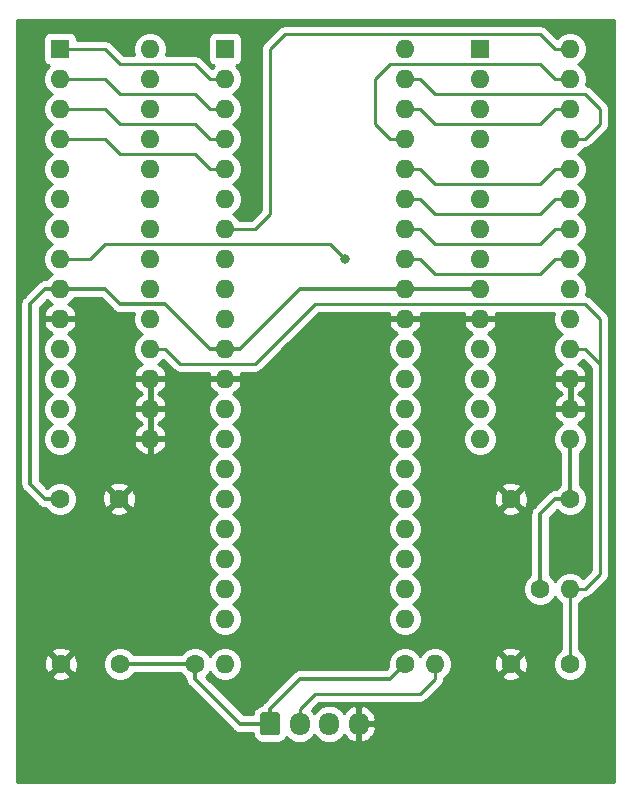
<source format=gbr>
G04 #@! TF.GenerationSoftware,KiCad,Pcbnew,5.1.5+dfsg1-2build2*
G04 #@! TF.CreationDate,2021-09-07T14:08:06+02:00*
G04 #@! TF.ProjectId,Adaptateur_I2C,41646170-7461-4746-9575-725f4932432e,1*
G04 #@! TF.SameCoordinates,Original*
G04 #@! TF.FileFunction,Copper,L2,Bot*
G04 #@! TF.FilePolarity,Positive*
%FSLAX46Y46*%
G04 Gerber Fmt 4.6, Leading zero omitted, Abs format (unit mm)*
G04 Created by KiCad (PCBNEW 5.1.5+dfsg1-2build2) date 2021-09-07 14:08:06*
%MOMM*%
%LPD*%
G04 APERTURE LIST*
%ADD10C,1.600000*%
%ADD11O,1.700000X1.950000*%
%ADD12C,0.100000*%
%ADD13O,1.600000X1.600000*%
%ADD14R,1.600000X1.600000*%
%ADD15C,0.800000*%
%ADD16C,0.350000*%
%ADD17C,0.250000*%
%ADD18C,0.254000*%
G04 APERTURE END LIST*
D10*
X191850000Y-125730000D03*
X196850000Y-125730000D03*
D11*
X217050000Y-130810000D03*
X214550000Y-130810000D03*
X212050000Y-130810000D03*
G04 #@! TA.AperFunction,ComponentPad*
D12*
G36*
X210174504Y-129836204D02*
G01*
X210198773Y-129839804D01*
X210222571Y-129845765D01*
X210245671Y-129854030D01*
X210267849Y-129864520D01*
X210288893Y-129877133D01*
X210308598Y-129891747D01*
X210326777Y-129908223D01*
X210343253Y-129926402D01*
X210357867Y-129946107D01*
X210370480Y-129967151D01*
X210380970Y-129989329D01*
X210389235Y-130012429D01*
X210395196Y-130036227D01*
X210398796Y-130060496D01*
X210400000Y-130085000D01*
X210400000Y-131535000D01*
X210398796Y-131559504D01*
X210395196Y-131583773D01*
X210389235Y-131607571D01*
X210380970Y-131630671D01*
X210370480Y-131652849D01*
X210357867Y-131673893D01*
X210343253Y-131693598D01*
X210326777Y-131711777D01*
X210308598Y-131728253D01*
X210288893Y-131742867D01*
X210267849Y-131755480D01*
X210245671Y-131765970D01*
X210222571Y-131774235D01*
X210198773Y-131780196D01*
X210174504Y-131783796D01*
X210150000Y-131785000D01*
X208950000Y-131785000D01*
X208925496Y-131783796D01*
X208901227Y-131780196D01*
X208877429Y-131774235D01*
X208854329Y-131765970D01*
X208832151Y-131755480D01*
X208811107Y-131742867D01*
X208791402Y-131728253D01*
X208773223Y-131711777D01*
X208756747Y-131693598D01*
X208742133Y-131673893D01*
X208729520Y-131652849D01*
X208719030Y-131630671D01*
X208710765Y-131607571D01*
X208704804Y-131583773D01*
X208701204Y-131559504D01*
X208700000Y-131535000D01*
X208700000Y-130085000D01*
X208701204Y-130060496D01*
X208704804Y-130036227D01*
X208710765Y-130012429D01*
X208719030Y-129989329D01*
X208729520Y-129967151D01*
X208742133Y-129946107D01*
X208756747Y-129926402D01*
X208773223Y-129908223D01*
X208791402Y-129891747D01*
X208811107Y-129877133D01*
X208832151Y-129864520D01*
X208854329Y-129854030D01*
X208877429Y-129845765D01*
X208901227Y-129839804D01*
X208925496Y-129836204D01*
X208950000Y-129835000D01*
X210150000Y-129835000D01*
X210174504Y-129836204D01*
G37*
G04 #@! TD.AperFunction*
D13*
X220980000Y-73660000D03*
X205740000Y-121920000D03*
X220980000Y-76200000D03*
X205740000Y-119380000D03*
X220980000Y-78740000D03*
X205740000Y-116840000D03*
X220980000Y-81280000D03*
X205740000Y-114300000D03*
X220980000Y-83820000D03*
X205740000Y-111760000D03*
X220980000Y-86360000D03*
X205740000Y-109220000D03*
X220980000Y-88900000D03*
X205740000Y-106680000D03*
X220980000Y-91440000D03*
X205740000Y-104140000D03*
X220980000Y-93980000D03*
X205740000Y-101600000D03*
X220980000Y-96520000D03*
X205740000Y-99060000D03*
X220980000Y-99060000D03*
X205740000Y-96520000D03*
X220980000Y-101600000D03*
X205740000Y-93980000D03*
X220980000Y-104140000D03*
X205740000Y-91440000D03*
X220980000Y-106680000D03*
X205740000Y-88900000D03*
X220980000Y-109220000D03*
X205740000Y-86360000D03*
X220980000Y-111760000D03*
X205740000Y-83820000D03*
X220980000Y-114300000D03*
X205740000Y-81280000D03*
X220980000Y-116840000D03*
X205740000Y-78740000D03*
X220980000Y-119380000D03*
X205740000Y-76200000D03*
X220980000Y-121920000D03*
D14*
X205740000Y-73660000D03*
D13*
X234950000Y-73660000D03*
X227330000Y-106680000D03*
X234950000Y-76200000D03*
X227330000Y-104140000D03*
X234950000Y-78740000D03*
X227330000Y-101600000D03*
X234950000Y-81280000D03*
X227330000Y-99060000D03*
X234950000Y-83820000D03*
X227330000Y-96520000D03*
X234950000Y-86360000D03*
X227330000Y-93980000D03*
X234950000Y-88900000D03*
X227330000Y-91440000D03*
X234950000Y-91440000D03*
X227330000Y-88900000D03*
X234950000Y-93980000D03*
X227330000Y-86360000D03*
X234950000Y-96520000D03*
X227330000Y-83820000D03*
X234950000Y-99060000D03*
X227330000Y-81280000D03*
X234950000Y-101600000D03*
X227330000Y-78740000D03*
X234950000Y-104140000D03*
X227330000Y-76200000D03*
X234950000Y-106680000D03*
D14*
X227330000Y-73660000D03*
D13*
X199390000Y-73660000D03*
X191770000Y-106680000D03*
X199390000Y-76200000D03*
X191770000Y-104140000D03*
X199390000Y-78740000D03*
X191770000Y-101600000D03*
X199390000Y-81280000D03*
X191770000Y-99060000D03*
X199390000Y-83820000D03*
X191770000Y-96520000D03*
X199390000Y-86360000D03*
X191770000Y-93980000D03*
X199390000Y-88900000D03*
X191770000Y-91440000D03*
X199390000Y-91440000D03*
X191770000Y-88900000D03*
X199390000Y-93980000D03*
X191770000Y-86360000D03*
X199390000Y-96520000D03*
X191770000Y-83820000D03*
X199390000Y-99060000D03*
X191770000Y-81280000D03*
X199390000Y-101600000D03*
X191770000Y-78740000D03*
X199390000Y-104140000D03*
X191770000Y-76200000D03*
X199390000Y-106680000D03*
D14*
X191770000Y-73660000D03*
D13*
X223520000Y-125730000D03*
D10*
X220980000Y-125730000D03*
D13*
X205740000Y-125730000D03*
D10*
X203200000Y-125730000D03*
D13*
X234950000Y-119380000D03*
D10*
X232410000Y-119380000D03*
X229950000Y-125730000D03*
X234950000Y-125730000D03*
X229950000Y-111760000D03*
X234950000Y-111760000D03*
X196770000Y-111760000D03*
X191770000Y-111760000D03*
D15*
X215900000Y-91440000D03*
D16*
X199390000Y-106680000D02*
X199390000Y-101600000D01*
X199390000Y-101600000D02*
X198120000Y-101600000D01*
X198120000Y-101600000D02*
X193040000Y-96520000D01*
X193040000Y-96520000D02*
X191770000Y-96520000D01*
X234950000Y-106680000D02*
X234950000Y-111760000D01*
X192901370Y-93980000D02*
X191770000Y-93980000D01*
X191770000Y-93980000D02*
X195580000Y-93980000D01*
X195580000Y-93980000D02*
X196850000Y-95250000D01*
X232410000Y-119380000D02*
X232410000Y-113030000D01*
X232410000Y-113030000D02*
X233680000Y-111760000D01*
X233680000Y-111760000D02*
X234950000Y-111760000D01*
X220980000Y-93980000D02*
X227330000Y-93980000D01*
X190500000Y-111760000D02*
X191770000Y-111760000D01*
X189230000Y-110490000D02*
X190500000Y-111760000D01*
X189230000Y-95250000D02*
X189230000Y-110490000D01*
X190500000Y-93980000D02*
X189230000Y-95250000D01*
X191770000Y-93980000D02*
X190500000Y-93980000D01*
X205740000Y-99060000D02*
X204470000Y-99060000D01*
X204470000Y-99060000D02*
X200660000Y-95250000D01*
X200660000Y-95250000D02*
X199390000Y-95250000D01*
X196850000Y-95250000D02*
X200660000Y-95250000D01*
X205740000Y-99060000D02*
X207010000Y-99060000D01*
X207010000Y-99060000D02*
X212090000Y-93980000D01*
X212090000Y-93980000D02*
X220980000Y-93980000D01*
D17*
X234950000Y-99060000D02*
X236220000Y-99060000D01*
X236220000Y-99060000D02*
X237490000Y-100330000D01*
X234950000Y-119380000D02*
X234950000Y-125730000D01*
X237490000Y-96520000D02*
X236220000Y-95250000D01*
X237490000Y-100330000D02*
X237490000Y-96520000D01*
X236220000Y-119380000D02*
X234950000Y-119380000D01*
X237490000Y-118110000D02*
X236220000Y-119380000D01*
X237490000Y-100330000D02*
X237490000Y-118110000D01*
X236220000Y-95250000D02*
X213360000Y-95250000D01*
X200660000Y-99060000D02*
X199390000Y-99060000D01*
X201930000Y-100330000D02*
X200660000Y-99060000D01*
X208280000Y-100330000D02*
X201930000Y-100330000D01*
X213360000Y-95250000D02*
X208280000Y-100330000D01*
X212050000Y-130810000D02*
X212050000Y-129585000D01*
X212050000Y-129585000D02*
X213365000Y-128270000D01*
X213365000Y-128270000D02*
X222250000Y-128270000D01*
X223520000Y-127000000D02*
X223520000Y-125730000D01*
X222250000Y-128270000D02*
X223520000Y-127000000D01*
X191770000Y-91440000D02*
X193040000Y-91440000D01*
X193040000Y-91440000D02*
X194310000Y-91440000D01*
X194310000Y-91440000D02*
X195580000Y-90170000D01*
X195580000Y-90170000D02*
X214630000Y-90170000D01*
X214630000Y-90170000D02*
X215900000Y-91440000D01*
X191770000Y-81280000D02*
X193040000Y-81280000D01*
X191770000Y-81280000D02*
X195580000Y-81280000D01*
X195580000Y-81280000D02*
X196850000Y-82550000D01*
X196850000Y-82550000D02*
X203200000Y-82550000D01*
X203200000Y-82550000D02*
X204470000Y-83820000D01*
X204470000Y-83820000D02*
X205740000Y-83820000D01*
X205740000Y-81280000D02*
X204470000Y-81280000D01*
X191770000Y-78740000D02*
X195580000Y-78740000D01*
X195580000Y-78740000D02*
X196850000Y-80010000D01*
X196850000Y-80010000D02*
X203200000Y-80010000D01*
X203200000Y-80010000D02*
X204470000Y-81280000D01*
X205740000Y-78740000D02*
X204470000Y-78740000D01*
X191770000Y-76200000D02*
X195580000Y-76200000D01*
X195580000Y-76200000D02*
X196850000Y-77470000D01*
X196850000Y-77470000D02*
X203200000Y-77470000D01*
X203200000Y-77470000D02*
X204470000Y-78740000D01*
X204470000Y-76200000D02*
X205740000Y-76200000D01*
X203200000Y-74930000D02*
X204470000Y-76200000D01*
X196850000Y-74930000D02*
X203200000Y-74930000D01*
X195580000Y-73660000D02*
X196850000Y-74930000D01*
X191770000Y-73660000D02*
X195580000Y-73660000D01*
X208280000Y-88900000D02*
X209550000Y-87630000D01*
X205740000Y-88900000D02*
X208280000Y-88900000D01*
X209550000Y-73660000D02*
X210820000Y-72390000D01*
X209550000Y-87630000D02*
X209550000Y-73660000D01*
X210820000Y-72390000D02*
X232410000Y-72390000D01*
X233680000Y-73660000D02*
X234950000Y-73660000D01*
X232410000Y-72390000D02*
X233680000Y-73660000D01*
X220980000Y-78740000D02*
X222250000Y-78740000D01*
X222250000Y-78740000D02*
X223520000Y-80010000D01*
X234950000Y-78740000D02*
X233680000Y-78740000D01*
X233680000Y-78740000D02*
X232410000Y-80010000D01*
X232410000Y-80010000D02*
X223520000Y-80010000D01*
X236220000Y-81280000D02*
X234950000Y-81280000D01*
X237490000Y-80010000D02*
X236220000Y-81280000D01*
X236220000Y-77470000D02*
X237490000Y-78740000D01*
X237490000Y-78740000D02*
X237490000Y-80010000D01*
X223520000Y-77470000D02*
X236220000Y-77470000D01*
X222250000Y-76200000D02*
X223520000Y-77470000D01*
X220980000Y-76200000D02*
X222250000Y-76200000D01*
X220980000Y-83820000D02*
X222250000Y-83820000D01*
X222250000Y-83820000D02*
X223520000Y-85090000D01*
X234950000Y-83820000D02*
X233680000Y-83820000D01*
X233680000Y-83820000D02*
X232410000Y-85090000D01*
X223520000Y-85090000D02*
X232410000Y-85090000D01*
X220980000Y-86360000D02*
X222250000Y-86360000D01*
X222250000Y-86360000D02*
X223520000Y-87630000D01*
X234950000Y-86360000D02*
X233680000Y-86360000D01*
X233680000Y-86360000D02*
X232410000Y-87630000D01*
X223520000Y-87630000D02*
X232410000Y-87630000D01*
X220980000Y-88900000D02*
X222250000Y-88900000D01*
X222250000Y-88900000D02*
X223520000Y-90170000D01*
X234950000Y-88900000D02*
X233680000Y-88900000D01*
X233680000Y-88900000D02*
X232410000Y-90170000D01*
X232410000Y-90170000D02*
X223520000Y-90170000D01*
X223520000Y-92710000D02*
X222250000Y-91440000D01*
X222250000Y-91440000D02*
X220980000Y-91440000D01*
X232410000Y-92710000D02*
X223520000Y-92710000D01*
X233680000Y-91440000D02*
X232410000Y-92710000D01*
X234950000Y-91440000D02*
X233680000Y-91440000D01*
X220980000Y-81280000D02*
X219710000Y-81280000D01*
X219710000Y-81280000D02*
X218440000Y-80010000D01*
X218440000Y-76200000D02*
X219710000Y-74930000D01*
X218440000Y-80010000D02*
X218440000Y-76200000D01*
X219710000Y-74930000D02*
X232410000Y-74930000D01*
X232410000Y-74930000D02*
X233680000Y-76200000D01*
X233680000Y-76200000D02*
X234950000Y-76200000D01*
D16*
X207010000Y-130810000D02*
X209550000Y-130810000D01*
X203200000Y-125730000D02*
X196850000Y-125730000D01*
X220980000Y-125730000D02*
X219710000Y-127000000D01*
X219710000Y-127000000D02*
X212090000Y-127000000D01*
X209550000Y-129540000D02*
X209550000Y-130810000D01*
X212090000Y-127000000D02*
X209550000Y-129540000D01*
X203200000Y-125730000D02*
X203200000Y-127000000D01*
X203200000Y-127000000D02*
X207010000Y-130810000D01*
D18*
G36*
X238633000Y-135763000D02*
G01*
X188087000Y-135763000D01*
X188087000Y-126722702D01*
X191036903Y-126722702D01*
X191108486Y-126966671D01*
X191363996Y-127087571D01*
X191638184Y-127156300D01*
X191920512Y-127170217D01*
X192200130Y-127128787D01*
X192466292Y-127033603D01*
X192591514Y-126966671D01*
X192663097Y-126722702D01*
X191850000Y-125909605D01*
X191036903Y-126722702D01*
X188087000Y-126722702D01*
X188087000Y-125800512D01*
X190409783Y-125800512D01*
X190451213Y-126080130D01*
X190546397Y-126346292D01*
X190613329Y-126471514D01*
X190857298Y-126543097D01*
X191670395Y-125730000D01*
X192029605Y-125730000D01*
X192842702Y-126543097D01*
X193086671Y-126471514D01*
X193207571Y-126216004D01*
X193276300Y-125941816D01*
X193290217Y-125659488D01*
X193279724Y-125588665D01*
X195415000Y-125588665D01*
X195415000Y-125871335D01*
X195470147Y-126148574D01*
X195578320Y-126409727D01*
X195735363Y-126644759D01*
X195935241Y-126844637D01*
X196170273Y-127001680D01*
X196431426Y-127109853D01*
X196708665Y-127165000D01*
X196991335Y-127165000D01*
X197268574Y-127109853D01*
X197529727Y-127001680D01*
X197764759Y-126844637D01*
X197964637Y-126644759D01*
X198034635Y-126540000D01*
X202015365Y-126540000D01*
X202085363Y-126644759D01*
X202285241Y-126844637D01*
X202390001Y-126914635D01*
X202390001Y-126960202D01*
X202386081Y-127000000D01*
X202396901Y-127109853D01*
X202401721Y-127158788D01*
X202442206Y-127292247D01*
X202448038Y-127311473D01*
X202523251Y-127452189D01*
X202567679Y-127506324D01*
X202624473Y-127575528D01*
X202655383Y-127600895D01*
X206409105Y-131354618D01*
X206434472Y-131385528D01*
X206465380Y-131410893D01*
X206557811Y-131486749D01*
X206698526Y-131561963D01*
X206734063Y-131572743D01*
X206851212Y-131608280D01*
X206970209Y-131620000D01*
X206970212Y-131620000D01*
X207010000Y-131623919D01*
X207049788Y-131620000D01*
X208070300Y-131620000D01*
X208078992Y-131708254D01*
X208129528Y-131874850D01*
X208211595Y-132028386D01*
X208322038Y-132162962D01*
X208456614Y-132273405D01*
X208610150Y-132355472D01*
X208776746Y-132406008D01*
X208950000Y-132423072D01*
X210150000Y-132423072D01*
X210323254Y-132406008D01*
X210489850Y-132355472D01*
X210643386Y-132273405D01*
X210777962Y-132162962D01*
X210888405Y-132028386D01*
X210942777Y-131926663D01*
X210994866Y-131990134D01*
X211220987Y-132175706D01*
X211478967Y-132313599D01*
X211758890Y-132398513D01*
X212050000Y-132427185D01*
X212341111Y-132398513D01*
X212621034Y-132313599D01*
X212879014Y-132175706D01*
X213105134Y-131990134D01*
X213290706Y-131764014D01*
X213300000Y-131746626D01*
X213309294Y-131764014D01*
X213494866Y-131990134D01*
X213720987Y-132175706D01*
X213978967Y-132313599D01*
X214258890Y-132398513D01*
X214550000Y-132427185D01*
X214841111Y-132398513D01*
X215121034Y-132313599D01*
X215379014Y-132175706D01*
X215605134Y-131990134D01*
X215790706Y-131764014D01*
X215804462Y-131738278D01*
X215960951Y-131944429D01*
X216178807Y-132137496D01*
X216430142Y-132284352D01*
X216693110Y-132376476D01*
X216923000Y-132255155D01*
X216923000Y-130937000D01*
X217177000Y-130937000D01*
X217177000Y-132255155D01*
X217406890Y-132376476D01*
X217669858Y-132284352D01*
X217921193Y-132137496D01*
X218139049Y-131944429D01*
X218315053Y-131712570D01*
X218442442Y-131450830D01*
X218516320Y-131169267D01*
X218376165Y-130937000D01*
X217177000Y-130937000D01*
X216923000Y-130937000D01*
X216903000Y-130937000D01*
X216903000Y-130683000D01*
X216923000Y-130683000D01*
X216923000Y-129364845D01*
X217177000Y-129364845D01*
X217177000Y-130683000D01*
X218376165Y-130683000D01*
X218516320Y-130450733D01*
X218442442Y-130169170D01*
X218315053Y-129907430D01*
X218139049Y-129675571D01*
X217921193Y-129482504D01*
X217669858Y-129335648D01*
X217406890Y-129243524D01*
X217177000Y-129364845D01*
X216923000Y-129364845D01*
X216693110Y-129243524D01*
X216430142Y-129335648D01*
X216178807Y-129482504D01*
X215960951Y-129675571D01*
X215804462Y-129881722D01*
X215790706Y-129855986D01*
X215605134Y-129629866D01*
X215379013Y-129444294D01*
X215121033Y-129306401D01*
X214841110Y-129221487D01*
X214550000Y-129192815D01*
X214258889Y-129221487D01*
X213978966Y-129306401D01*
X213720986Y-129444294D01*
X213494866Y-129629866D01*
X213309294Y-129855987D01*
X213300000Y-129873374D01*
X213290706Y-129855986D01*
X213105134Y-129629866D01*
X213091294Y-129618508D01*
X213679802Y-129030000D01*
X222212678Y-129030000D01*
X222250000Y-129033676D01*
X222287322Y-129030000D01*
X222287333Y-129030000D01*
X222398986Y-129019003D01*
X222542247Y-128975546D01*
X222674276Y-128904974D01*
X222790001Y-128810001D01*
X222813804Y-128780997D01*
X224031004Y-127563798D01*
X224060001Y-127540001D01*
X224154974Y-127424276D01*
X224225546Y-127292247D01*
X224269003Y-127148986D01*
X224280000Y-127037333D01*
X224280000Y-127037324D01*
X224283676Y-127000001D01*
X224280000Y-126962678D01*
X224280000Y-126948043D01*
X224434759Y-126844637D01*
X224556694Y-126722702D01*
X229136903Y-126722702D01*
X229208486Y-126966671D01*
X229463996Y-127087571D01*
X229738184Y-127156300D01*
X230020512Y-127170217D01*
X230300130Y-127128787D01*
X230566292Y-127033603D01*
X230691514Y-126966671D01*
X230763097Y-126722702D01*
X229950000Y-125909605D01*
X229136903Y-126722702D01*
X224556694Y-126722702D01*
X224634637Y-126644759D01*
X224791680Y-126409727D01*
X224899853Y-126148574D01*
X224955000Y-125871335D01*
X224955000Y-125800512D01*
X228509783Y-125800512D01*
X228551213Y-126080130D01*
X228646397Y-126346292D01*
X228713329Y-126471514D01*
X228957298Y-126543097D01*
X229770395Y-125730000D01*
X230129605Y-125730000D01*
X230942702Y-126543097D01*
X231186671Y-126471514D01*
X231307571Y-126216004D01*
X231376300Y-125941816D01*
X231390217Y-125659488D01*
X231348787Y-125379870D01*
X231253603Y-125113708D01*
X231186671Y-124988486D01*
X230942702Y-124916903D01*
X230129605Y-125730000D01*
X229770395Y-125730000D01*
X228957298Y-124916903D01*
X228713329Y-124988486D01*
X228592429Y-125243996D01*
X228523700Y-125518184D01*
X228509783Y-125800512D01*
X224955000Y-125800512D01*
X224955000Y-125588665D01*
X224899853Y-125311426D01*
X224791680Y-125050273D01*
X224634637Y-124815241D01*
X224556694Y-124737298D01*
X229136903Y-124737298D01*
X229950000Y-125550395D01*
X230763097Y-124737298D01*
X230691514Y-124493329D01*
X230436004Y-124372429D01*
X230161816Y-124303700D01*
X229879488Y-124289783D01*
X229599870Y-124331213D01*
X229333708Y-124426397D01*
X229208486Y-124493329D01*
X229136903Y-124737298D01*
X224556694Y-124737298D01*
X224434759Y-124615363D01*
X224199727Y-124458320D01*
X223938574Y-124350147D01*
X223661335Y-124295000D01*
X223378665Y-124295000D01*
X223101426Y-124350147D01*
X222840273Y-124458320D01*
X222605241Y-124615363D01*
X222405363Y-124815241D01*
X222250000Y-125047759D01*
X222094637Y-124815241D01*
X221894759Y-124615363D01*
X221659727Y-124458320D01*
X221398574Y-124350147D01*
X221121335Y-124295000D01*
X220838665Y-124295000D01*
X220561426Y-124350147D01*
X220300273Y-124458320D01*
X220065241Y-124615363D01*
X219865363Y-124815241D01*
X219708320Y-125050273D01*
X219600147Y-125311426D01*
X219545000Y-125588665D01*
X219545000Y-125871335D01*
X219569580Y-125994907D01*
X219374488Y-126190000D01*
X212129787Y-126190000D01*
X212089999Y-126186081D01*
X212050211Y-126190000D01*
X212050209Y-126190000D01*
X211931212Y-126201720D01*
X211778527Y-126248037D01*
X211637811Y-126323251D01*
X211514472Y-126424472D01*
X211489107Y-126455380D01*
X209005387Y-128939100D01*
X208974472Y-128964472D01*
X208917679Y-129033676D01*
X208873251Y-129087811D01*
X208834279Y-129160724D01*
X208807422Y-129210971D01*
X208776746Y-129213992D01*
X208610150Y-129264528D01*
X208456614Y-129346595D01*
X208322038Y-129457038D01*
X208211595Y-129591614D01*
X208129528Y-129745150D01*
X208078992Y-129911746D01*
X208070300Y-130000000D01*
X207345513Y-130000000D01*
X204152454Y-126806942D01*
X204314637Y-126644759D01*
X204470000Y-126412241D01*
X204625363Y-126644759D01*
X204825241Y-126844637D01*
X205060273Y-127001680D01*
X205321426Y-127109853D01*
X205598665Y-127165000D01*
X205881335Y-127165000D01*
X206158574Y-127109853D01*
X206419727Y-127001680D01*
X206654759Y-126844637D01*
X206854637Y-126644759D01*
X207011680Y-126409727D01*
X207119853Y-126148574D01*
X207175000Y-125871335D01*
X207175000Y-125588665D01*
X207119853Y-125311426D01*
X207011680Y-125050273D01*
X206854637Y-124815241D01*
X206654759Y-124615363D01*
X206419727Y-124458320D01*
X206158574Y-124350147D01*
X205881335Y-124295000D01*
X205598665Y-124295000D01*
X205321426Y-124350147D01*
X205060273Y-124458320D01*
X204825241Y-124615363D01*
X204625363Y-124815241D01*
X204470000Y-125047759D01*
X204314637Y-124815241D01*
X204114759Y-124615363D01*
X203879727Y-124458320D01*
X203618574Y-124350147D01*
X203341335Y-124295000D01*
X203058665Y-124295000D01*
X202781426Y-124350147D01*
X202520273Y-124458320D01*
X202285241Y-124615363D01*
X202085363Y-124815241D01*
X202015365Y-124920000D01*
X198034635Y-124920000D01*
X197964637Y-124815241D01*
X197764759Y-124615363D01*
X197529727Y-124458320D01*
X197268574Y-124350147D01*
X196991335Y-124295000D01*
X196708665Y-124295000D01*
X196431426Y-124350147D01*
X196170273Y-124458320D01*
X195935241Y-124615363D01*
X195735363Y-124815241D01*
X195578320Y-125050273D01*
X195470147Y-125311426D01*
X195415000Y-125588665D01*
X193279724Y-125588665D01*
X193248787Y-125379870D01*
X193153603Y-125113708D01*
X193086671Y-124988486D01*
X192842702Y-124916903D01*
X192029605Y-125730000D01*
X191670395Y-125730000D01*
X190857298Y-124916903D01*
X190613329Y-124988486D01*
X190492429Y-125243996D01*
X190423700Y-125518184D01*
X190409783Y-125800512D01*
X188087000Y-125800512D01*
X188087000Y-124737298D01*
X191036903Y-124737298D01*
X191850000Y-125550395D01*
X192663097Y-124737298D01*
X192591514Y-124493329D01*
X192336004Y-124372429D01*
X192061816Y-124303700D01*
X191779488Y-124289783D01*
X191499870Y-124331213D01*
X191233708Y-124426397D01*
X191108486Y-124493329D01*
X191036903Y-124737298D01*
X188087000Y-124737298D01*
X188087000Y-95250000D01*
X188416081Y-95250000D01*
X188420000Y-95289788D01*
X188420001Y-110450202D01*
X188416081Y-110490000D01*
X188426901Y-110599853D01*
X188431721Y-110648788D01*
X188467671Y-110767298D01*
X188478038Y-110801473D01*
X188553251Y-110942189D01*
X188608852Y-111009939D01*
X188654473Y-111065528D01*
X188685383Y-111090895D01*
X189899105Y-112304618D01*
X189924472Y-112335528D01*
X189992210Y-112391119D01*
X190047810Y-112436749D01*
X190123024Y-112476951D01*
X190188527Y-112511963D01*
X190341212Y-112558280D01*
X190460209Y-112570000D01*
X190460211Y-112570000D01*
X190499999Y-112573919D01*
X190539787Y-112570000D01*
X190585365Y-112570000D01*
X190655363Y-112674759D01*
X190855241Y-112874637D01*
X191090273Y-113031680D01*
X191351426Y-113139853D01*
X191628665Y-113195000D01*
X191911335Y-113195000D01*
X192188574Y-113139853D01*
X192449727Y-113031680D01*
X192684759Y-112874637D01*
X192806694Y-112752702D01*
X195956903Y-112752702D01*
X196028486Y-112996671D01*
X196283996Y-113117571D01*
X196558184Y-113186300D01*
X196840512Y-113200217D01*
X197120130Y-113158787D01*
X197386292Y-113063603D01*
X197511514Y-112996671D01*
X197583097Y-112752702D01*
X196770000Y-111939605D01*
X195956903Y-112752702D01*
X192806694Y-112752702D01*
X192884637Y-112674759D01*
X193041680Y-112439727D01*
X193149853Y-112178574D01*
X193205000Y-111901335D01*
X193205000Y-111830512D01*
X195329783Y-111830512D01*
X195371213Y-112110130D01*
X195466397Y-112376292D01*
X195533329Y-112501514D01*
X195777298Y-112573097D01*
X196590395Y-111760000D01*
X196949605Y-111760000D01*
X197762702Y-112573097D01*
X198006671Y-112501514D01*
X198127571Y-112246004D01*
X198196300Y-111971816D01*
X198210217Y-111689488D01*
X198168787Y-111409870D01*
X198073603Y-111143708D01*
X198006671Y-111018486D01*
X197762702Y-110946903D01*
X196949605Y-111760000D01*
X196590395Y-111760000D01*
X195777298Y-110946903D01*
X195533329Y-111018486D01*
X195412429Y-111273996D01*
X195343700Y-111548184D01*
X195329783Y-111830512D01*
X193205000Y-111830512D01*
X193205000Y-111618665D01*
X193149853Y-111341426D01*
X193041680Y-111080273D01*
X192884637Y-110845241D01*
X192806694Y-110767298D01*
X195956903Y-110767298D01*
X196770000Y-111580395D01*
X197583097Y-110767298D01*
X197511514Y-110523329D01*
X197256004Y-110402429D01*
X196981816Y-110333700D01*
X196699488Y-110319783D01*
X196419870Y-110361213D01*
X196153708Y-110456397D01*
X196028486Y-110523329D01*
X195956903Y-110767298D01*
X192806694Y-110767298D01*
X192684759Y-110645363D01*
X192449727Y-110488320D01*
X192188574Y-110380147D01*
X191911335Y-110325000D01*
X191628665Y-110325000D01*
X191351426Y-110380147D01*
X191090273Y-110488320D01*
X190855241Y-110645363D01*
X190693058Y-110807546D01*
X190040000Y-110154488D01*
X190040000Y-98918665D01*
X190335000Y-98918665D01*
X190335000Y-99201335D01*
X190390147Y-99478574D01*
X190498320Y-99739727D01*
X190655363Y-99974759D01*
X190855241Y-100174637D01*
X191087759Y-100330000D01*
X190855241Y-100485363D01*
X190655363Y-100685241D01*
X190498320Y-100920273D01*
X190390147Y-101181426D01*
X190335000Y-101458665D01*
X190335000Y-101741335D01*
X190390147Y-102018574D01*
X190498320Y-102279727D01*
X190655363Y-102514759D01*
X190855241Y-102714637D01*
X191087759Y-102870000D01*
X190855241Y-103025363D01*
X190655363Y-103225241D01*
X190498320Y-103460273D01*
X190390147Y-103721426D01*
X190335000Y-103998665D01*
X190335000Y-104281335D01*
X190390147Y-104558574D01*
X190498320Y-104819727D01*
X190655363Y-105054759D01*
X190855241Y-105254637D01*
X191087759Y-105410000D01*
X190855241Y-105565363D01*
X190655363Y-105765241D01*
X190498320Y-106000273D01*
X190390147Y-106261426D01*
X190335000Y-106538665D01*
X190335000Y-106821335D01*
X190390147Y-107098574D01*
X190498320Y-107359727D01*
X190655363Y-107594759D01*
X190855241Y-107794637D01*
X191090273Y-107951680D01*
X191351426Y-108059853D01*
X191628665Y-108115000D01*
X191911335Y-108115000D01*
X192188574Y-108059853D01*
X192449727Y-107951680D01*
X192684759Y-107794637D01*
X192884637Y-107594759D01*
X193041680Y-107359727D01*
X193149853Y-107098574D01*
X193163684Y-107029039D01*
X197998096Y-107029039D01*
X198038754Y-107163087D01*
X198158963Y-107417420D01*
X198326481Y-107643414D01*
X198534869Y-107832385D01*
X198776119Y-107977070D01*
X199040960Y-108071909D01*
X199263000Y-107950624D01*
X199263000Y-106807000D01*
X199517000Y-106807000D01*
X199517000Y-107950624D01*
X199739040Y-108071909D01*
X200003881Y-107977070D01*
X200245131Y-107832385D01*
X200453519Y-107643414D01*
X200621037Y-107417420D01*
X200741246Y-107163087D01*
X200781904Y-107029039D01*
X200659915Y-106807000D01*
X199517000Y-106807000D01*
X199263000Y-106807000D01*
X198120085Y-106807000D01*
X197998096Y-107029039D01*
X193163684Y-107029039D01*
X193205000Y-106821335D01*
X193205000Y-106538665D01*
X193149853Y-106261426D01*
X193041680Y-106000273D01*
X192884637Y-105765241D01*
X192684759Y-105565363D01*
X192452241Y-105410000D01*
X192684759Y-105254637D01*
X192884637Y-105054759D01*
X193041680Y-104819727D01*
X193149853Y-104558574D01*
X193163684Y-104489039D01*
X197998096Y-104489039D01*
X198038754Y-104623087D01*
X198158963Y-104877420D01*
X198326481Y-105103414D01*
X198534869Y-105292385D01*
X198730982Y-105410000D01*
X198534869Y-105527615D01*
X198326481Y-105716586D01*
X198158963Y-105942580D01*
X198038754Y-106196913D01*
X197998096Y-106330961D01*
X198120085Y-106553000D01*
X199263000Y-106553000D01*
X199263000Y-104267000D01*
X199517000Y-104267000D01*
X199517000Y-106553000D01*
X200659915Y-106553000D01*
X200781904Y-106330961D01*
X200741246Y-106196913D01*
X200621037Y-105942580D01*
X200453519Y-105716586D01*
X200245131Y-105527615D01*
X200049018Y-105410000D01*
X200245131Y-105292385D01*
X200453519Y-105103414D01*
X200621037Y-104877420D01*
X200741246Y-104623087D01*
X200781904Y-104489039D01*
X200659915Y-104267000D01*
X199517000Y-104267000D01*
X199263000Y-104267000D01*
X198120085Y-104267000D01*
X197998096Y-104489039D01*
X193163684Y-104489039D01*
X193205000Y-104281335D01*
X193205000Y-103998665D01*
X193149853Y-103721426D01*
X193041680Y-103460273D01*
X192884637Y-103225241D01*
X192684759Y-103025363D01*
X192452241Y-102870000D01*
X192684759Y-102714637D01*
X192884637Y-102514759D01*
X193041680Y-102279727D01*
X193149853Y-102018574D01*
X193163684Y-101949039D01*
X197998096Y-101949039D01*
X198038754Y-102083087D01*
X198158963Y-102337420D01*
X198326481Y-102563414D01*
X198534869Y-102752385D01*
X198730982Y-102870000D01*
X198534869Y-102987615D01*
X198326481Y-103176586D01*
X198158963Y-103402580D01*
X198038754Y-103656913D01*
X197998096Y-103790961D01*
X198120085Y-104013000D01*
X199263000Y-104013000D01*
X199263000Y-101727000D01*
X199517000Y-101727000D01*
X199517000Y-104013000D01*
X200659915Y-104013000D01*
X200667790Y-103998665D01*
X204305000Y-103998665D01*
X204305000Y-104281335D01*
X204360147Y-104558574D01*
X204468320Y-104819727D01*
X204625363Y-105054759D01*
X204825241Y-105254637D01*
X205057759Y-105410000D01*
X204825241Y-105565363D01*
X204625363Y-105765241D01*
X204468320Y-106000273D01*
X204360147Y-106261426D01*
X204305000Y-106538665D01*
X204305000Y-106821335D01*
X204360147Y-107098574D01*
X204468320Y-107359727D01*
X204625363Y-107594759D01*
X204825241Y-107794637D01*
X205057759Y-107950000D01*
X204825241Y-108105363D01*
X204625363Y-108305241D01*
X204468320Y-108540273D01*
X204360147Y-108801426D01*
X204305000Y-109078665D01*
X204305000Y-109361335D01*
X204360147Y-109638574D01*
X204468320Y-109899727D01*
X204625363Y-110134759D01*
X204825241Y-110334637D01*
X205057759Y-110490000D01*
X204825241Y-110645363D01*
X204625363Y-110845241D01*
X204468320Y-111080273D01*
X204360147Y-111341426D01*
X204305000Y-111618665D01*
X204305000Y-111901335D01*
X204360147Y-112178574D01*
X204468320Y-112439727D01*
X204625363Y-112674759D01*
X204825241Y-112874637D01*
X205057759Y-113030000D01*
X204825241Y-113185363D01*
X204625363Y-113385241D01*
X204468320Y-113620273D01*
X204360147Y-113881426D01*
X204305000Y-114158665D01*
X204305000Y-114441335D01*
X204360147Y-114718574D01*
X204468320Y-114979727D01*
X204625363Y-115214759D01*
X204825241Y-115414637D01*
X205057759Y-115570000D01*
X204825241Y-115725363D01*
X204625363Y-115925241D01*
X204468320Y-116160273D01*
X204360147Y-116421426D01*
X204305000Y-116698665D01*
X204305000Y-116981335D01*
X204360147Y-117258574D01*
X204468320Y-117519727D01*
X204625363Y-117754759D01*
X204825241Y-117954637D01*
X205057759Y-118110000D01*
X204825241Y-118265363D01*
X204625363Y-118465241D01*
X204468320Y-118700273D01*
X204360147Y-118961426D01*
X204305000Y-119238665D01*
X204305000Y-119521335D01*
X204360147Y-119798574D01*
X204468320Y-120059727D01*
X204625363Y-120294759D01*
X204825241Y-120494637D01*
X205057759Y-120650000D01*
X204825241Y-120805363D01*
X204625363Y-121005241D01*
X204468320Y-121240273D01*
X204360147Y-121501426D01*
X204305000Y-121778665D01*
X204305000Y-122061335D01*
X204360147Y-122338574D01*
X204468320Y-122599727D01*
X204625363Y-122834759D01*
X204825241Y-123034637D01*
X205060273Y-123191680D01*
X205321426Y-123299853D01*
X205598665Y-123355000D01*
X205881335Y-123355000D01*
X206158574Y-123299853D01*
X206419727Y-123191680D01*
X206654759Y-123034637D01*
X206854637Y-122834759D01*
X207011680Y-122599727D01*
X207119853Y-122338574D01*
X207175000Y-122061335D01*
X207175000Y-121778665D01*
X207119853Y-121501426D01*
X207011680Y-121240273D01*
X206854637Y-121005241D01*
X206654759Y-120805363D01*
X206422241Y-120650000D01*
X206654759Y-120494637D01*
X206854637Y-120294759D01*
X207011680Y-120059727D01*
X207119853Y-119798574D01*
X207175000Y-119521335D01*
X207175000Y-119238665D01*
X207119853Y-118961426D01*
X207011680Y-118700273D01*
X206854637Y-118465241D01*
X206654759Y-118265363D01*
X206422241Y-118110000D01*
X206654759Y-117954637D01*
X206854637Y-117754759D01*
X207011680Y-117519727D01*
X207119853Y-117258574D01*
X207175000Y-116981335D01*
X207175000Y-116698665D01*
X207119853Y-116421426D01*
X207011680Y-116160273D01*
X206854637Y-115925241D01*
X206654759Y-115725363D01*
X206422241Y-115570000D01*
X206654759Y-115414637D01*
X206854637Y-115214759D01*
X207011680Y-114979727D01*
X207119853Y-114718574D01*
X207175000Y-114441335D01*
X207175000Y-114158665D01*
X207119853Y-113881426D01*
X207011680Y-113620273D01*
X206854637Y-113385241D01*
X206654759Y-113185363D01*
X206422241Y-113030000D01*
X206654759Y-112874637D01*
X206854637Y-112674759D01*
X207011680Y-112439727D01*
X207119853Y-112178574D01*
X207175000Y-111901335D01*
X207175000Y-111618665D01*
X207119853Y-111341426D01*
X207011680Y-111080273D01*
X206854637Y-110845241D01*
X206654759Y-110645363D01*
X206422241Y-110490000D01*
X206654759Y-110334637D01*
X206854637Y-110134759D01*
X207011680Y-109899727D01*
X207119853Y-109638574D01*
X207175000Y-109361335D01*
X207175000Y-109078665D01*
X207119853Y-108801426D01*
X207011680Y-108540273D01*
X206854637Y-108305241D01*
X206654759Y-108105363D01*
X206422241Y-107950000D01*
X206654759Y-107794637D01*
X206854637Y-107594759D01*
X207011680Y-107359727D01*
X207119853Y-107098574D01*
X207175000Y-106821335D01*
X207175000Y-106538665D01*
X207119853Y-106261426D01*
X207011680Y-106000273D01*
X206854637Y-105765241D01*
X206654759Y-105565363D01*
X206422241Y-105410000D01*
X206654759Y-105254637D01*
X206854637Y-105054759D01*
X207011680Y-104819727D01*
X207119853Y-104558574D01*
X207175000Y-104281335D01*
X207175000Y-103998665D01*
X207119853Y-103721426D01*
X207011680Y-103460273D01*
X206854637Y-103225241D01*
X206654759Y-103025363D01*
X206419727Y-102868320D01*
X206409135Y-102863933D01*
X206595131Y-102752385D01*
X206803519Y-102563414D01*
X206971037Y-102337420D01*
X207091246Y-102083087D01*
X207131904Y-101949039D01*
X207009915Y-101727000D01*
X205867000Y-101727000D01*
X205867000Y-101747000D01*
X205613000Y-101747000D01*
X205613000Y-101727000D01*
X204470085Y-101727000D01*
X204348096Y-101949039D01*
X204388754Y-102083087D01*
X204508963Y-102337420D01*
X204676481Y-102563414D01*
X204884869Y-102752385D01*
X205070865Y-102863933D01*
X205060273Y-102868320D01*
X204825241Y-103025363D01*
X204625363Y-103225241D01*
X204468320Y-103460273D01*
X204360147Y-103721426D01*
X204305000Y-103998665D01*
X200667790Y-103998665D01*
X200781904Y-103790961D01*
X200741246Y-103656913D01*
X200621037Y-103402580D01*
X200453519Y-103176586D01*
X200245131Y-102987615D01*
X200049018Y-102870000D01*
X200245131Y-102752385D01*
X200453519Y-102563414D01*
X200621037Y-102337420D01*
X200741246Y-102083087D01*
X200781904Y-101949039D01*
X200659915Y-101727000D01*
X199517000Y-101727000D01*
X199263000Y-101727000D01*
X198120085Y-101727000D01*
X197998096Y-101949039D01*
X193163684Y-101949039D01*
X193205000Y-101741335D01*
X193205000Y-101458665D01*
X193149853Y-101181426D01*
X193041680Y-100920273D01*
X192884637Y-100685241D01*
X192684759Y-100485363D01*
X192452241Y-100330000D01*
X192684759Y-100174637D01*
X192884637Y-99974759D01*
X193041680Y-99739727D01*
X193149853Y-99478574D01*
X193205000Y-99201335D01*
X193205000Y-98918665D01*
X193149853Y-98641426D01*
X193041680Y-98380273D01*
X192884637Y-98145241D01*
X192684759Y-97945363D01*
X192449727Y-97788320D01*
X192439135Y-97783933D01*
X192625131Y-97672385D01*
X192833519Y-97483414D01*
X193001037Y-97257420D01*
X193121246Y-97003087D01*
X193161904Y-96869039D01*
X193039915Y-96647000D01*
X191897000Y-96647000D01*
X191897000Y-96667000D01*
X191643000Y-96667000D01*
X191643000Y-96647000D01*
X190500085Y-96647000D01*
X190378096Y-96869039D01*
X190418754Y-97003087D01*
X190538963Y-97257420D01*
X190706481Y-97483414D01*
X190914869Y-97672385D01*
X191100865Y-97783933D01*
X191090273Y-97788320D01*
X190855241Y-97945363D01*
X190655363Y-98145241D01*
X190498320Y-98380273D01*
X190390147Y-98641426D01*
X190335000Y-98918665D01*
X190040000Y-98918665D01*
X190040000Y-95585512D01*
X190693058Y-94932454D01*
X190855241Y-95094637D01*
X191090273Y-95251680D01*
X191100865Y-95256067D01*
X190914869Y-95367615D01*
X190706481Y-95556586D01*
X190538963Y-95782580D01*
X190418754Y-96036913D01*
X190378096Y-96170961D01*
X190500085Y-96393000D01*
X191643000Y-96393000D01*
X191643000Y-96373000D01*
X191897000Y-96373000D01*
X191897000Y-96393000D01*
X193039915Y-96393000D01*
X193161904Y-96170961D01*
X193121246Y-96036913D01*
X193001037Y-95782580D01*
X192833519Y-95556586D01*
X192625131Y-95367615D01*
X192439135Y-95256067D01*
X192449727Y-95251680D01*
X192684759Y-95094637D01*
X192884637Y-94894759D01*
X192954635Y-94790000D01*
X195244488Y-94790000D01*
X196249105Y-95794618D01*
X196274472Y-95825528D01*
X196342210Y-95881119D01*
X196397810Y-95926749D01*
X196473024Y-95966951D01*
X196538527Y-96001963D01*
X196691212Y-96048280D01*
X196810209Y-96060000D01*
X196810211Y-96060000D01*
X196849999Y-96063919D01*
X196889787Y-96060000D01*
X198027306Y-96060000D01*
X198010147Y-96101426D01*
X197955000Y-96378665D01*
X197955000Y-96661335D01*
X198010147Y-96938574D01*
X198118320Y-97199727D01*
X198275363Y-97434759D01*
X198475241Y-97634637D01*
X198707759Y-97790000D01*
X198475241Y-97945363D01*
X198275363Y-98145241D01*
X198118320Y-98380273D01*
X198010147Y-98641426D01*
X197955000Y-98918665D01*
X197955000Y-99201335D01*
X198010147Y-99478574D01*
X198118320Y-99739727D01*
X198275363Y-99974759D01*
X198475241Y-100174637D01*
X198710273Y-100331680D01*
X198720865Y-100336067D01*
X198534869Y-100447615D01*
X198326481Y-100636586D01*
X198158963Y-100862580D01*
X198038754Y-101116913D01*
X197998096Y-101250961D01*
X198120085Y-101473000D01*
X199263000Y-101473000D01*
X199263000Y-101453000D01*
X199517000Y-101453000D01*
X199517000Y-101473000D01*
X200659915Y-101473000D01*
X200781904Y-101250961D01*
X200741246Y-101116913D01*
X200621037Y-100862580D01*
X200453519Y-100636586D01*
X200245131Y-100447615D01*
X200059135Y-100336067D01*
X200069727Y-100331680D01*
X200304759Y-100174637D01*
X200502297Y-99977099D01*
X201366201Y-100841003D01*
X201389999Y-100870001D01*
X201505724Y-100964974D01*
X201637753Y-101035546D01*
X201781014Y-101079003D01*
X201892667Y-101090000D01*
X201892676Y-101090000D01*
X201929999Y-101093676D01*
X201967322Y-101090000D01*
X204401474Y-101090000D01*
X204388754Y-101116913D01*
X204348096Y-101250961D01*
X204470085Y-101473000D01*
X205613000Y-101473000D01*
X205613000Y-101453000D01*
X205867000Y-101453000D01*
X205867000Y-101473000D01*
X207009915Y-101473000D01*
X207131904Y-101250961D01*
X207091246Y-101116913D01*
X207078526Y-101090000D01*
X208242678Y-101090000D01*
X208280000Y-101093676D01*
X208317322Y-101090000D01*
X208317333Y-101090000D01*
X208428986Y-101079003D01*
X208572247Y-101035546D01*
X208704276Y-100964974D01*
X208820001Y-100870001D01*
X208843804Y-100840997D01*
X210766136Y-98918665D01*
X219545000Y-98918665D01*
X219545000Y-99201335D01*
X219600147Y-99478574D01*
X219708320Y-99739727D01*
X219865363Y-99974759D01*
X220065241Y-100174637D01*
X220297759Y-100330000D01*
X220065241Y-100485363D01*
X219865363Y-100685241D01*
X219708320Y-100920273D01*
X219600147Y-101181426D01*
X219545000Y-101458665D01*
X219545000Y-101741335D01*
X219600147Y-102018574D01*
X219708320Y-102279727D01*
X219865363Y-102514759D01*
X220065241Y-102714637D01*
X220297759Y-102870000D01*
X220065241Y-103025363D01*
X219865363Y-103225241D01*
X219708320Y-103460273D01*
X219600147Y-103721426D01*
X219545000Y-103998665D01*
X219545000Y-104281335D01*
X219600147Y-104558574D01*
X219708320Y-104819727D01*
X219865363Y-105054759D01*
X220065241Y-105254637D01*
X220297759Y-105410000D01*
X220065241Y-105565363D01*
X219865363Y-105765241D01*
X219708320Y-106000273D01*
X219600147Y-106261426D01*
X219545000Y-106538665D01*
X219545000Y-106821335D01*
X219600147Y-107098574D01*
X219708320Y-107359727D01*
X219865363Y-107594759D01*
X220065241Y-107794637D01*
X220297759Y-107950000D01*
X220065241Y-108105363D01*
X219865363Y-108305241D01*
X219708320Y-108540273D01*
X219600147Y-108801426D01*
X219545000Y-109078665D01*
X219545000Y-109361335D01*
X219600147Y-109638574D01*
X219708320Y-109899727D01*
X219865363Y-110134759D01*
X220065241Y-110334637D01*
X220297759Y-110490000D01*
X220065241Y-110645363D01*
X219865363Y-110845241D01*
X219708320Y-111080273D01*
X219600147Y-111341426D01*
X219545000Y-111618665D01*
X219545000Y-111901335D01*
X219600147Y-112178574D01*
X219708320Y-112439727D01*
X219865363Y-112674759D01*
X220065241Y-112874637D01*
X220297759Y-113030000D01*
X220065241Y-113185363D01*
X219865363Y-113385241D01*
X219708320Y-113620273D01*
X219600147Y-113881426D01*
X219545000Y-114158665D01*
X219545000Y-114441335D01*
X219600147Y-114718574D01*
X219708320Y-114979727D01*
X219865363Y-115214759D01*
X220065241Y-115414637D01*
X220297759Y-115570000D01*
X220065241Y-115725363D01*
X219865363Y-115925241D01*
X219708320Y-116160273D01*
X219600147Y-116421426D01*
X219545000Y-116698665D01*
X219545000Y-116981335D01*
X219600147Y-117258574D01*
X219708320Y-117519727D01*
X219865363Y-117754759D01*
X220065241Y-117954637D01*
X220297759Y-118110000D01*
X220065241Y-118265363D01*
X219865363Y-118465241D01*
X219708320Y-118700273D01*
X219600147Y-118961426D01*
X219545000Y-119238665D01*
X219545000Y-119521335D01*
X219600147Y-119798574D01*
X219708320Y-120059727D01*
X219865363Y-120294759D01*
X220065241Y-120494637D01*
X220297759Y-120650000D01*
X220065241Y-120805363D01*
X219865363Y-121005241D01*
X219708320Y-121240273D01*
X219600147Y-121501426D01*
X219545000Y-121778665D01*
X219545000Y-122061335D01*
X219600147Y-122338574D01*
X219708320Y-122599727D01*
X219865363Y-122834759D01*
X220065241Y-123034637D01*
X220300273Y-123191680D01*
X220561426Y-123299853D01*
X220838665Y-123355000D01*
X221121335Y-123355000D01*
X221398574Y-123299853D01*
X221659727Y-123191680D01*
X221894759Y-123034637D01*
X222094637Y-122834759D01*
X222251680Y-122599727D01*
X222359853Y-122338574D01*
X222415000Y-122061335D01*
X222415000Y-121778665D01*
X222359853Y-121501426D01*
X222251680Y-121240273D01*
X222094637Y-121005241D01*
X221894759Y-120805363D01*
X221662241Y-120650000D01*
X221894759Y-120494637D01*
X222094637Y-120294759D01*
X222251680Y-120059727D01*
X222359853Y-119798574D01*
X222415000Y-119521335D01*
X222415000Y-119238665D01*
X222359853Y-118961426D01*
X222251680Y-118700273D01*
X222094637Y-118465241D01*
X221894759Y-118265363D01*
X221662241Y-118110000D01*
X221894759Y-117954637D01*
X222094637Y-117754759D01*
X222251680Y-117519727D01*
X222359853Y-117258574D01*
X222415000Y-116981335D01*
X222415000Y-116698665D01*
X222359853Y-116421426D01*
X222251680Y-116160273D01*
X222094637Y-115925241D01*
X221894759Y-115725363D01*
X221662241Y-115570000D01*
X221894759Y-115414637D01*
X222094637Y-115214759D01*
X222251680Y-114979727D01*
X222359853Y-114718574D01*
X222415000Y-114441335D01*
X222415000Y-114158665D01*
X222359853Y-113881426D01*
X222251680Y-113620273D01*
X222094637Y-113385241D01*
X221894759Y-113185363D01*
X221662241Y-113030000D01*
X221894759Y-112874637D01*
X222016694Y-112752702D01*
X229136903Y-112752702D01*
X229208486Y-112996671D01*
X229463996Y-113117571D01*
X229738184Y-113186300D01*
X230020512Y-113200217D01*
X230300130Y-113158787D01*
X230566292Y-113063603D01*
X230691514Y-112996671D01*
X230763097Y-112752702D01*
X229950000Y-111939605D01*
X229136903Y-112752702D01*
X222016694Y-112752702D01*
X222094637Y-112674759D01*
X222251680Y-112439727D01*
X222359853Y-112178574D01*
X222415000Y-111901335D01*
X222415000Y-111830512D01*
X228509783Y-111830512D01*
X228551213Y-112110130D01*
X228646397Y-112376292D01*
X228713329Y-112501514D01*
X228957298Y-112573097D01*
X229770395Y-111760000D01*
X230129605Y-111760000D01*
X230942702Y-112573097D01*
X231186671Y-112501514D01*
X231307571Y-112246004D01*
X231376300Y-111971816D01*
X231390217Y-111689488D01*
X231348787Y-111409870D01*
X231253603Y-111143708D01*
X231186671Y-111018486D01*
X230942702Y-110946903D01*
X230129605Y-111760000D01*
X229770395Y-111760000D01*
X228957298Y-110946903D01*
X228713329Y-111018486D01*
X228592429Y-111273996D01*
X228523700Y-111548184D01*
X228509783Y-111830512D01*
X222415000Y-111830512D01*
X222415000Y-111618665D01*
X222359853Y-111341426D01*
X222251680Y-111080273D01*
X222094637Y-110845241D01*
X222016694Y-110767298D01*
X229136903Y-110767298D01*
X229950000Y-111580395D01*
X230763097Y-110767298D01*
X230691514Y-110523329D01*
X230436004Y-110402429D01*
X230161816Y-110333700D01*
X229879488Y-110319783D01*
X229599870Y-110361213D01*
X229333708Y-110456397D01*
X229208486Y-110523329D01*
X229136903Y-110767298D01*
X222016694Y-110767298D01*
X221894759Y-110645363D01*
X221662241Y-110490000D01*
X221894759Y-110334637D01*
X222094637Y-110134759D01*
X222251680Y-109899727D01*
X222359853Y-109638574D01*
X222415000Y-109361335D01*
X222415000Y-109078665D01*
X222359853Y-108801426D01*
X222251680Y-108540273D01*
X222094637Y-108305241D01*
X221894759Y-108105363D01*
X221662241Y-107950000D01*
X221894759Y-107794637D01*
X222094637Y-107594759D01*
X222251680Y-107359727D01*
X222359853Y-107098574D01*
X222415000Y-106821335D01*
X222415000Y-106538665D01*
X222359853Y-106261426D01*
X222251680Y-106000273D01*
X222094637Y-105765241D01*
X221894759Y-105565363D01*
X221662241Y-105410000D01*
X221894759Y-105254637D01*
X222094637Y-105054759D01*
X222251680Y-104819727D01*
X222359853Y-104558574D01*
X222415000Y-104281335D01*
X222415000Y-103998665D01*
X222359853Y-103721426D01*
X222251680Y-103460273D01*
X222094637Y-103225241D01*
X221894759Y-103025363D01*
X221662241Y-102870000D01*
X221894759Y-102714637D01*
X222094637Y-102514759D01*
X222251680Y-102279727D01*
X222359853Y-102018574D01*
X222415000Y-101741335D01*
X222415000Y-101458665D01*
X222359853Y-101181426D01*
X222251680Y-100920273D01*
X222094637Y-100685241D01*
X221894759Y-100485363D01*
X221662241Y-100330000D01*
X221894759Y-100174637D01*
X222094637Y-99974759D01*
X222251680Y-99739727D01*
X222359853Y-99478574D01*
X222415000Y-99201335D01*
X222415000Y-98918665D01*
X225895000Y-98918665D01*
X225895000Y-99201335D01*
X225950147Y-99478574D01*
X226058320Y-99739727D01*
X226215363Y-99974759D01*
X226415241Y-100174637D01*
X226647759Y-100330000D01*
X226415241Y-100485363D01*
X226215363Y-100685241D01*
X226058320Y-100920273D01*
X225950147Y-101181426D01*
X225895000Y-101458665D01*
X225895000Y-101741335D01*
X225950147Y-102018574D01*
X226058320Y-102279727D01*
X226215363Y-102514759D01*
X226415241Y-102714637D01*
X226647759Y-102870000D01*
X226415241Y-103025363D01*
X226215363Y-103225241D01*
X226058320Y-103460273D01*
X225950147Y-103721426D01*
X225895000Y-103998665D01*
X225895000Y-104281335D01*
X225950147Y-104558574D01*
X226058320Y-104819727D01*
X226215363Y-105054759D01*
X226415241Y-105254637D01*
X226647759Y-105410000D01*
X226415241Y-105565363D01*
X226215363Y-105765241D01*
X226058320Y-106000273D01*
X225950147Y-106261426D01*
X225895000Y-106538665D01*
X225895000Y-106821335D01*
X225950147Y-107098574D01*
X226058320Y-107359727D01*
X226215363Y-107594759D01*
X226415241Y-107794637D01*
X226650273Y-107951680D01*
X226911426Y-108059853D01*
X227188665Y-108115000D01*
X227471335Y-108115000D01*
X227748574Y-108059853D01*
X228009727Y-107951680D01*
X228244759Y-107794637D01*
X228444637Y-107594759D01*
X228601680Y-107359727D01*
X228709853Y-107098574D01*
X228765000Y-106821335D01*
X228765000Y-106538665D01*
X228709853Y-106261426D01*
X228601680Y-106000273D01*
X228444637Y-105765241D01*
X228244759Y-105565363D01*
X228012241Y-105410000D01*
X228244759Y-105254637D01*
X228444637Y-105054759D01*
X228601680Y-104819727D01*
X228709853Y-104558574D01*
X228765000Y-104281335D01*
X228765000Y-103998665D01*
X228709853Y-103721426D01*
X228601680Y-103460273D01*
X228444637Y-103225241D01*
X228244759Y-103025363D01*
X228012241Y-102870000D01*
X228244759Y-102714637D01*
X228444637Y-102514759D01*
X228601680Y-102279727D01*
X228709853Y-102018574D01*
X228723684Y-101949039D01*
X233558096Y-101949039D01*
X233598754Y-102083087D01*
X233718963Y-102337420D01*
X233886481Y-102563414D01*
X234094869Y-102752385D01*
X234290982Y-102870000D01*
X234094869Y-102987615D01*
X233886481Y-103176586D01*
X233718963Y-103402580D01*
X233598754Y-103656913D01*
X233558096Y-103790961D01*
X233680085Y-104013000D01*
X234823000Y-104013000D01*
X234823000Y-101727000D01*
X235077000Y-101727000D01*
X235077000Y-104013000D01*
X236219915Y-104013000D01*
X236341904Y-103790961D01*
X236301246Y-103656913D01*
X236181037Y-103402580D01*
X236013519Y-103176586D01*
X235805131Y-102987615D01*
X235609018Y-102870000D01*
X235805131Y-102752385D01*
X236013519Y-102563414D01*
X236181037Y-102337420D01*
X236301246Y-102083087D01*
X236341904Y-101949039D01*
X236219915Y-101727000D01*
X235077000Y-101727000D01*
X234823000Y-101727000D01*
X233680085Y-101727000D01*
X233558096Y-101949039D01*
X228723684Y-101949039D01*
X228765000Y-101741335D01*
X228765000Y-101458665D01*
X228709853Y-101181426D01*
X228601680Y-100920273D01*
X228444637Y-100685241D01*
X228244759Y-100485363D01*
X228012241Y-100330000D01*
X228244759Y-100174637D01*
X228444637Y-99974759D01*
X228601680Y-99739727D01*
X228709853Y-99478574D01*
X228765000Y-99201335D01*
X228765000Y-98918665D01*
X228709853Y-98641426D01*
X228601680Y-98380273D01*
X228444637Y-98145241D01*
X228244759Y-97945363D01*
X228009727Y-97788320D01*
X227999135Y-97783933D01*
X228185131Y-97672385D01*
X228393519Y-97483414D01*
X228561037Y-97257420D01*
X228681246Y-97003087D01*
X228721904Y-96869039D01*
X228599915Y-96647000D01*
X227457000Y-96647000D01*
X227457000Y-96667000D01*
X227203000Y-96667000D01*
X227203000Y-96647000D01*
X226060085Y-96647000D01*
X225938096Y-96869039D01*
X225978754Y-97003087D01*
X226098963Y-97257420D01*
X226266481Y-97483414D01*
X226474869Y-97672385D01*
X226660865Y-97783933D01*
X226650273Y-97788320D01*
X226415241Y-97945363D01*
X226215363Y-98145241D01*
X226058320Y-98380273D01*
X225950147Y-98641426D01*
X225895000Y-98918665D01*
X222415000Y-98918665D01*
X222359853Y-98641426D01*
X222251680Y-98380273D01*
X222094637Y-98145241D01*
X221894759Y-97945363D01*
X221659727Y-97788320D01*
X221649135Y-97783933D01*
X221835131Y-97672385D01*
X222043519Y-97483414D01*
X222211037Y-97257420D01*
X222331246Y-97003087D01*
X222371904Y-96869039D01*
X222249915Y-96647000D01*
X221107000Y-96647000D01*
X221107000Y-96667000D01*
X220853000Y-96667000D01*
X220853000Y-96647000D01*
X219710085Y-96647000D01*
X219588096Y-96869039D01*
X219628754Y-97003087D01*
X219748963Y-97257420D01*
X219916481Y-97483414D01*
X220124869Y-97672385D01*
X220310865Y-97783933D01*
X220300273Y-97788320D01*
X220065241Y-97945363D01*
X219865363Y-98145241D01*
X219708320Y-98380273D01*
X219600147Y-98641426D01*
X219545000Y-98918665D01*
X210766136Y-98918665D01*
X213674802Y-96010000D01*
X219641474Y-96010000D01*
X219628754Y-96036913D01*
X219588096Y-96170961D01*
X219710085Y-96393000D01*
X220853000Y-96393000D01*
X220853000Y-96373000D01*
X221107000Y-96373000D01*
X221107000Y-96393000D01*
X222249915Y-96393000D01*
X222371904Y-96170961D01*
X222331246Y-96036913D01*
X222318526Y-96010000D01*
X225991474Y-96010000D01*
X225978754Y-96036913D01*
X225938096Y-96170961D01*
X226060085Y-96393000D01*
X227203000Y-96393000D01*
X227203000Y-96373000D01*
X227457000Y-96373000D01*
X227457000Y-96393000D01*
X228599915Y-96393000D01*
X228721904Y-96170961D01*
X228681246Y-96036913D01*
X228668526Y-96010000D01*
X233608017Y-96010000D01*
X233570147Y-96101426D01*
X233515000Y-96378665D01*
X233515000Y-96661335D01*
X233570147Y-96938574D01*
X233678320Y-97199727D01*
X233835363Y-97434759D01*
X234035241Y-97634637D01*
X234267759Y-97790000D01*
X234035241Y-97945363D01*
X233835363Y-98145241D01*
X233678320Y-98380273D01*
X233570147Y-98641426D01*
X233515000Y-98918665D01*
X233515000Y-99201335D01*
X233570147Y-99478574D01*
X233678320Y-99739727D01*
X233835363Y-99974759D01*
X234035241Y-100174637D01*
X234270273Y-100331680D01*
X234280865Y-100336067D01*
X234094869Y-100447615D01*
X233886481Y-100636586D01*
X233718963Y-100862580D01*
X233598754Y-101116913D01*
X233558096Y-101250961D01*
X233680085Y-101473000D01*
X234823000Y-101473000D01*
X234823000Y-101453000D01*
X235077000Y-101453000D01*
X235077000Y-101473000D01*
X236219915Y-101473000D01*
X236341904Y-101250961D01*
X236301246Y-101116913D01*
X236181037Y-100862580D01*
X236013519Y-100636586D01*
X235805131Y-100447615D01*
X235619135Y-100336067D01*
X235629727Y-100331680D01*
X235864759Y-100174637D01*
X236062297Y-99977099D01*
X236730000Y-100644802D01*
X236730001Y-117795197D01*
X236062297Y-118462901D01*
X235864759Y-118265363D01*
X235629727Y-118108320D01*
X235368574Y-118000147D01*
X235091335Y-117945000D01*
X234808665Y-117945000D01*
X234531426Y-118000147D01*
X234270273Y-118108320D01*
X234035241Y-118265363D01*
X233835363Y-118465241D01*
X233680000Y-118697759D01*
X233524637Y-118465241D01*
X233324759Y-118265363D01*
X233220000Y-118195365D01*
X233220000Y-113365512D01*
X233873058Y-112712454D01*
X234035241Y-112874637D01*
X234270273Y-113031680D01*
X234531426Y-113139853D01*
X234808665Y-113195000D01*
X235091335Y-113195000D01*
X235368574Y-113139853D01*
X235629727Y-113031680D01*
X235864759Y-112874637D01*
X236064637Y-112674759D01*
X236221680Y-112439727D01*
X236329853Y-112178574D01*
X236385000Y-111901335D01*
X236385000Y-111618665D01*
X236329853Y-111341426D01*
X236221680Y-111080273D01*
X236064637Y-110845241D01*
X235864759Y-110645363D01*
X235760000Y-110575365D01*
X235760000Y-107864635D01*
X235864759Y-107794637D01*
X236064637Y-107594759D01*
X236221680Y-107359727D01*
X236329853Y-107098574D01*
X236385000Y-106821335D01*
X236385000Y-106538665D01*
X236329853Y-106261426D01*
X236221680Y-106000273D01*
X236064637Y-105765241D01*
X235864759Y-105565363D01*
X235629727Y-105408320D01*
X235619135Y-105403933D01*
X235805131Y-105292385D01*
X236013519Y-105103414D01*
X236181037Y-104877420D01*
X236301246Y-104623087D01*
X236341904Y-104489039D01*
X236219915Y-104267000D01*
X235077000Y-104267000D01*
X235077000Y-104287000D01*
X234823000Y-104287000D01*
X234823000Y-104267000D01*
X233680085Y-104267000D01*
X233558096Y-104489039D01*
X233598754Y-104623087D01*
X233718963Y-104877420D01*
X233886481Y-105103414D01*
X234094869Y-105292385D01*
X234280865Y-105403933D01*
X234270273Y-105408320D01*
X234035241Y-105565363D01*
X233835363Y-105765241D01*
X233678320Y-106000273D01*
X233570147Y-106261426D01*
X233515000Y-106538665D01*
X233515000Y-106821335D01*
X233570147Y-107098574D01*
X233678320Y-107359727D01*
X233835363Y-107594759D01*
X234035241Y-107794637D01*
X234140000Y-107864635D01*
X234140001Y-110575365D01*
X234035241Y-110645363D01*
X233835363Y-110845241D01*
X233765365Y-110950000D01*
X233719787Y-110950000D01*
X233679999Y-110946081D01*
X233640211Y-110950000D01*
X233640209Y-110950000D01*
X233521212Y-110961720D01*
X233368527Y-111008037D01*
X233318794Y-111034620D01*
X233227810Y-111083251D01*
X233172210Y-111128881D01*
X233104472Y-111184472D01*
X233079105Y-111215382D01*
X231865383Y-112429105D01*
X231834473Y-112454472D01*
X231809108Y-112485380D01*
X231733251Y-112577811D01*
X231681432Y-112674759D01*
X231658038Y-112718527D01*
X231613606Y-112865000D01*
X231611721Y-112871213D01*
X231596081Y-113030000D01*
X231600001Y-113069798D01*
X231600000Y-118195365D01*
X231495241Y-118265363D01*
X231295363Y-118465241D01*
X231138320Y-118700273D01*
X231030147Y-118961426D01*
X230975000Y-119238665D01*
X230975000Y-119521335D01*
X231030147Y-119798574D01*
X231138320Y-120059727D01*
X231295363Y-120294759D01*
X231495241Y-120494637D01*
X231730273Y-120651680D01*
X231991426Y-120759853D01*
X232268665Y-120815000D01*
X232551335Y-120815000D01*
X232828574Y-120759853D01*
X233089727Y-120651680D01*
X233324759Y-120494637D01*
X233524637Y-120294759D01*
X233680000Y-120062241D01*
X233835363Y-120294759D01*
X234035241Y-120494637D01*
X234190000Y-120598044D01*
X234190001Y-124511956D01*
X234035241Y-124615363D01*
X233835363Y-124815241D01*
X233678320Y-125050273D01*
X233570147Y-125311426D01*
X233515000Y-125588665D01*
X233515000Y-125871335D01*
X233570147Y-126148574D01*
X233678320Y-126409727D01*
X233835363Y-126644759D01*
X234035241Y-126844637D01*
X234270273Y-127001680D01*
X234531426Y-127109853D01*
X234808665Y-127165000D01*
X235091335Y-127165000D01*
X235368574Y-127109853D01*
X235629727Y-127001680D01*
X235864759Y-126844637D01*
X236064637Y-126644759D01*
X236221680Y-126409727D01*
X236329853Y-126148574D01*
X236385000Y-125871335D01*
X236385000Y-125588665D01*
X236329853Y-125311426D01*
X236221680Y-125050273D01*
X236064637Y-124815241D01*
X235864759Y-124615363D01*
X235710000Y-124511957D01*
X235710000Y-120598043D01*
X235864759Y-120494637D01*
X236064637Y-120294759D01*
X236168043Y-120140000D01*
X236182678Y-120140000D01*
X236220000Y-120143676D01*
X236257322Y-120140000D01*
X236257333Y-120140000D01*
X236368986Y-120129003D01*
X236512247Y-120085546D01*
X236644276Y-120014974D01*
X236760001Y-119920001D01*
X236783804Y-119890997D01*
X238001003Y-118673799D01*
X238030001Y-118650001D01*
X238124974Y-118534276D01*
X238195546Y-118402247D01*
X238239003Y-118258986D01*
X238250000Y-118147333D01*
X238250000Y-118147324D01*
X238253676Y-118110001D01*
X238250000Y-118072678D01*
X238250000Y-100367322D01*
X238253676Y-100329999D01*
X238250000Y-100292676D01*
X238250000Y-96557322D01*
X238253676Y-96519999D01*
X238250000Y-96482676D01*
X238250000Y-96482667D01*
X238239003Y-96371014D01*
X238195546Y-96227753D01*
X238124974Y-96095724D01*
X238030001Y-95979999D01*
X238001003Y-95956201D01*
X236783804Y-94739003D01*
X236760001Y-94709999D01*
X236644276Y-94615026D01*
X236512247Y-94544454D01*
X236368986Y-94500997D01*
X236290625Y-94493279D01*
X236329853Y-94398574D01*
X236385000Y-94121335D01*
X236385000Y-93838665D01*
X236329853Y-93561426D01*
X236221680Y-93300273D01*
X236064637Y-93065241D01*
X235864759Y-92865363D01*
X235632241Y-92710000D01*
X235864759Y-92554637D01*
X236064637Y-92354759D01*
X236221680Y-92119727D01*
X236329853Y-91858574D01*
X236385000Y-91581335D01*
X236385000Y-91298665D01*
X236329853Y-91021426D01*
X236221680Y-90760273D01*
X236064637Y-90525241D01*
X235864759Y-90325363D01*
X235632241Y-90170000D01*
X235864759Y-90014637D01*
X236064637Y-89814759D01*
X236221680Y-89579727D01*
X236329853Y-89318574D01*
X236385000Y-89041335D01*
X236385000Y-88758665D01*
X236329853Y-88481426D01*
X236221680Y-88220273D01*
X236064637Y-87985241D01*
X235864759Y-87785363D01*
X235632241Y-87630000D01*
X235864759Y-87474637D01*
X236064637Y-87274759D01*
X236221680Y-87039727D01*
X236329853Y-86778574D01*
X236385000Y-86501335D01*
X236385000Y-86218665D01*
X236329853Y-85941426D01*
X236221680Y-85680273D01*
X236064637Y-85445241D01*
X235864759Y-85245363D01*
X235632241Y-85090000D01*
X235864759Y-84934637D01*
X236064637Y-84734759D01*
X236221680Y-84499727D01*
X236329853Y-84238574D01*
X236385000Y-83961335D01*
X236385000Y-83678665D01*
X236329853Y-83401426D01*
X236221680Y-83140273D01*
X236064637Y-82905241D01*
X235864759Y-82705363D01*
X235632241Y-82550000D01*
X235864759Y-82394637D01*
X236064637Y-82194759D01*
X236168043Y-82040000D01*
X236182678Y-82040000D01*
X236220000Y-82043676D01*
X236257322Y-82040000D01*
X236257333Y-82040000D01*
X236368986Y-82029003D01*
X236512247Y-81985546D01*
X236644276Y-81914974D01*
X236760001Y-81820001D01*
X236783804Y-81790997D01*
X238001003Y-80573799D01*
X238030001Y-80550001D01*
X238124974Y-80434276D01*
X238195546Y-80302247D01*
X238239003Y-80158986D01*
X238250000Y-80047333D01*
X238250000Y-80047324D01*
X238253676Y-80010001D01*
X238250000Y-79972678D01*
X238250000Y-78777322D01*
X238253676Y-78739999D01*
X238250000Y-78702676D01*
X238250000Y-78702667D01*
X238239003Y-78591014D01*
X238195546Y-78447753D01*
X238124974Y-78315724D01*
X238030001Y-78199999D01*
X238001003Y-78176201D01*
X236783804Y-76959003D01*
X236760001Y-76929999D01*
X236644276Y-76835026D01*
X236512247Y-76764454D01*
X236368986Y-76720997D01*
X236290625Y-76713279D01*
X236329853Y-76618574D01*
X236385000Y-76341335D01*
X236385000Y-76058665D01*
X236329853Y-75781426D01*
X236221680Y-75520273D01*
X236064637Y-75285241D01*
X235864759Y-75085363D01*
X235632241Y-74930000D01*
X235864759Y-74774637D01*
X236064637Y-74574759D01*
X236221680Y-74339727D01*
X236329853Y-74078574D01*
X236385000Y-73801335D01*
X236385000Y-73518665D01*
X236329853Y-73241426D01*
X236221680Y-72980273D01*
X236064637Y-72745241D01*
X235864759Y-72545363D01*
X235629727Y-72388320D01*
X235368574Y-72280147D01*
X235091335Y-72225000D01*
X234808665Y-72225000D01*
X234531426Y-72280147D01*
X234270273Y-72388320D01*
X234035241Y-72545363D01*
X233837703Y-72742901D01*
X232973804Y-71879003D01*
X232950001Y-71849999D01*
X232834276Y-71755026D01*
X232702247Y-71684454D01*
X232558986Y-71640997D01*
X232447333Y-71630000D01*
X232447322Y-71630000D01*
X232410000Y-71626324D01*
X232372678Y-71630000D01*
X210857322Y-71630000D01*
X210819999Y-71626324D01*
X210782676Y-71630000D01*
X210782667Y-71630000D01*
X210671014Y-71640997D01*
X210527753Y-71684454D01*
X210395724Y-71755026D01*
X210279999Y-71849999D01*
X210256201Y-71878997D01*
X209038998Y-73096201D01*
X209010000Y-73119999D01*
X208986202Y-73148997D01*
X208986201Y-73148998D01*
X208915026Y-73235724D01*
X208844454Y-73367754D01*
X208814180Y-73467558D01*
X208800998Y-73511014D01*
X208790001Y-73622667D01*
X208786324Y-73660000D01*
X208790001Y-73697332D01*
X208790000Y-87315198D01*
X207965199Y-88140000D01*
X206958043Y-88140000D01*
X206854637Y-87985241D01*
X206654759Y-87785363D01*
X206422241Y-87630000D01*
X206654759Y-87474637D01*
X206854637Y-87274759D01*
X207011680Y-87039727D01*
X207119853Y-86778574D01*
X207175000Y-86501335D01*
X207175000Y-86218665D01*
X207119853Y-85941426D01*
X207011680Y-85680273D01*
X206854637Y-85445241D01*
X206654759Y-85245363D01*
X206422241Y-85090000D01*
X206654759Y-84934637D01*
X206854637Y-84734759D01*
X207011680Y-84499727D01*
X207119853Y-84238574D01*
X207175000Y-83961335D01*
X207175000Y-83678665D01*
X207119853Y-83401426D01*
X207011680Y-83140273D01*
X206854637Y-82905241D01*
X206654759Y-82705363D01*
X206422241Y-82550000D01*
X206654759Y-82394637D01*
X206854637Y-82194759D01*
X207011680Y-81959727D01*
X207119853Y-81698574D01*
X207175000Y-81421335D01*
X207175000Y-81138665D01*
X207119853Y-80861426D01*
X207011680Y-80600273D01*
X206854637Y-80365241D01*
X206654759Y-80165363D01*
X206422241Y-80010000D01*
X206654759Y-79854637D01*
X206854637Y-79654759D01*
X207011680Y-79419727D01*
X207119853Y-79158574D01*
X207175000Y-78881335D01*
X207175000Y-78598665D01*
X207119853Y-78321426D01*
X207011680Y-78060273D01*
X206854637Y-77825241D01*
X206654759Y-77625363D01*
X206422241Y-77470000D01*
X206654759Y-77314637D01*
X206854637Y-77114759D01*
X207011680Y-76879727D01*
X207119853Y-76618574D01*
X207175000Y-76341335D01*
X207175000Y-76058665D01*
X207119853Y-75781426D01*
X207011680Y-75520273D01*
X206854637Y-75285241D01*
X206656039Y-75086643D01*
X206664482Y-75085812D01*
X206784180Y-75049502D01*
X206894494Y-74990537D01*
X206991185Y-74911185D01*
X207070537Y-74814494D01*
X207129502Y-74704180D01*
X207165812Y-74584482D01*
X207178072Y-74460000D01*
X207178072Y-72860000D01*
X207165812Y-72735518D01*
X207129502Y-72615820D01*
X207070537Y-72505506D01*
X206991185Y-72408815D01*
X206894494Y-72329463D01*
X206784180Y-72270498D01*
X206664482Y-72234188D01*
X206540000Y-72221928D01*
X204940000Y-72221928D01*
X204815518Y-72234188D01*
X204695820Y-72270498D01*
X204585506Y-72329463D01*
X204488815Y-72408815D01*
X204409463Y-72505506D01*
X204350498Y-72615820D01*
X204314188Y-72735518D01*
X204301928Y-72860000D01*
X204301928Y-74460000D01*
X204314188Y-74584482D01*
X204350498Y-74704180D01*
X204409463Y-74814494D01*
X204488815Y-74911185D01*
X204585506Y-74990537D01*
X204695820Y-75049502D01*
X204815518Y-75085812D01*
X204823961Y-75086643D01*
X204627703Y-75282901D01*
X203763804Y-74419003D01*
X203740001Y-74389999D01*
X203624276Y-74295026D01*
X203492247Y-74224454D01*
X203348986Y-74180997D01*
X203237333Y-74170000D01*
X203237322Y-74170000D01*
X203200000Y-74166324D01*
X203162678Y-74170000D01*
X200731983Y-74170000D01*
X200769853Y-74078574D01*
X200825000Y-73801335D01*
X200825000Y-73518665D01*
X200769853Y-73241426D01*
X200661680Y-72980273D01*
X200504637Y-72745241D01*
X200304759Y-72545363D01*
X200069727Y-72388320D01*
X199808574Y-72280147D01*
X199531335Y-72225000D01*
X199248665Y-72225000D01*
X198971426Y-72280147D01*
X198710273Y-72388320D01*
X198475241Y-72545363D01*
X198275363Y-72745241D01*
X198118320Y-72980273D01*
X198010147Y-73241426D01*
X197955000Y-73518665D01*
X197955000Y-73801335D01*
X198010147Y-74078574D01*
X198048017Y-74170000D01*
X197164802Y-74170000D01*
X196143804Y-73149003D01*
X196120001Y-73119999D01*
X196004276Y-73025026D01*
X195872247Y-72954454D01*
X195728986Y-72910997D01*
X195617333Y-72900000D01*
X195617322Y-72900000D01*
X195580000Y-72896324D01*
X195542678Y-72900000D01*
X193208072Y-72900000D01*
X193208072Y-72860000D01*
X193195812Y-72735518D01*
X193159502Y-72615820D01*
X193100537Y-72505506D01*
X193021185Y-72408815D01*
X192924494Y-72329463D01*
X192814180Y-72270498D01*
X192694482Y-72234188D01*
X192570000Y-72221928D01*
X190970000Y-72221928D01*
X190845518Y-72234188D01*
X190725820Y-72270498D01*
X190615506Y-72329463D01*
X190518815Y-72408815D01*
X190439463Y-72505506D01*
X190380498Y-72615820D01*
X190344188Y-72735518D01*
X190331928Y-72860000D01*
X190331928Y-74460000D01*
X190344188Y-74584482D01*
X190380498Y-74704180D01*
X190439463Y-74814494D01*
X190518815Y-74911185D01*
X190615506Y-74990537D01*
X190725820Y-75049502D01*
X190845518Y-75085812D01*
X190853961Y-75086643D01*
X190655363Y-75285241D01*
X190498320Y-75520273D01*
X190390147Y-75781426D01*
X190335000Y-76058665D01*
X190335000Y-76341335D01*
X190390147Y-76618574D01*
X190498320Y-76879727D01*
X190655363Y-77114759D01*
X190855241Y-77314637D01*
X191087759Y-77470000D01*
X190855241Y-77625363D01*
X190655363Y-77825241D01*
X190498320Y-78060273D01*
X190390147Y-78321426D01*
X190335000Y-78598665D01*
X190335000Y-78881335D01*
X190390147Y-79158574D01*
X190498320Y-79419727D01*
X190655363Y-79654759D01*
X190855241Y-79854637D01*
X191087759Y-80010000D01*
X190855241Y-80165363D01*
X190655363Y-80365241D01*
X190498320Y-80600273D01*
X190390147Y-80861426D01*
X190335000Y-81138665D01*
X190335000Y-81421335D01*
X190390147Y-81698574D01*
X190498320Y-81959727D01*
X190655363Y-82194759D01*
X190855241Y-82394637D01*
X191087759Y-82550000D01*
X190855241Y-82705363D01*
X190655363Y-82905241D01*
X190498320Y-83140273D01*
X190390147Y-83401426D01*
X190335000Y-83678665D01*
X190335000Y-83961335D01*
X190390147Y-84238574D01*
X190498320Y-84499727D01*
X190655363Y-84734759D01*
X190855241Y-84934637D01*
X191087759Y-85090000D01*
X190855241Y-85245363D01*
X190655363Y-85445241D01*
X190498320Y-85680273D01*
X190390147Y-85941426D01*
X190335000Y-86218665D01*
X190335000Y-86501335D01*
X190390147Y-86778574D01*
X190498320Y-87039727D01*
X190655363Y-87274759D01*
X190855241Y-87474637D01*
X191087759Y-87630000D01*
X190855241Y-87785363D01*
X190655363Y-87985241D01*
X190498320Y-88220273D01*
X190390147Y-88481426D01*
X190335000Y-88758665D01*
X190335000Y-89041335D01*
X190390147Y-89318574D01*
X190498320Y-89579727D01*
X190655363Y-89814759D01*
X190855241Y-90014637D01*
X191087759Y-90170000D01*
X190855241Y-90325363D01*
X190655363Y-90525241D01*
X190498320Y-90760273D01*
X190390147Y-91021426D01*
X190335000Y-91298665D01*
X190335000Y-91581335D01*
X190390147Y-91858574D01*
X190498320Y-92119727D01*
X190655363Y-92354759D01*
X190855241Y-92554637D01*
X191087759Y-92710000D01*
X190855241Y-92865363D01*
X190655363Y-93065241D01*
X190585365Y-93170000D01*
X190539787Y-93170000D01*
X190499999Y-93166081D01*
X190460211Y-93170000D01*
X190460209Y-93170000D01*
X190341212Y-93181720D01*
X190188527Y-93228037D01*
X190147435Y-93250001D01*
X190047810Y-93303251D01*
X189996972Y-93344973D01*
X189924472Y-93404472D01*
X189899105Y-93435382D01*
X188685387Y-94649101D01*
X188654472Y-94674472D01*
X188584703Y-94759487D01*
X188553251Y-94797811D01*
X188513049Y-94873025D01*
X188478037Y-94938528D01*
X188431720Y-95091213D01*
X188420000Y-95210209D01*
X188416081Y-95250000D01*
X188087000Y-95250000D01*
X188087000Y-71247000D01*
X238633000Y-71247000D01*
X238633000Y-135763000D01*
G37*
X238633000Y-135763000D02*
X188087000Y-135763000D01*
X188087000Y-126722702D01*
X191036903Y-126722702D01*
X191108486Y-126966671D01*
X191363996Y-127087571D01*
X191638184Y-127156300D01*
X191920512Y-127170217D01*
X192200130Y-127128787D01*
X192466292Y-127033603D01*
X192591514Y-126966671D01*
X192663097Y-126722702D01*
X191850000Y-125909605D01*
X191036903Y-126722702D01*
X188087000Y-126722702D01*
X188087000Y-125800512D01*
X190409783Y-125800512D01*
X190451213Y-126080130D01*
X190546397Y-126346292D01*
X190613329Y-126471514D01*
X190857298Y-126543097D01*
X191670395Y-125730000D01*
X192029605Y-125730000D01*
X192842702Y-126543097D01*
X193086671Y-126471514D01*
X193207571Y-126216004D01*
X193276300Y-125941816D01*
X193290217Y-125659488D01*
X193279724Y-125588665D01*
X195415000Y-125588665D01*
X195415000Y-125871335D01*
X195470147Y-126148574D01*
X195578320Y-126409727D01*
X195735363Y-126644759D01*
X195935241Y-126844637D01*
X196170273Y-127001680D01*
X196431426Y-127109853D01*
X196708665Y-127165000D01*
X196991335Y-127165000D01*
X197268574Y-127109853D01*
X197529727Y-127001680D01*
X197764759Y-126844637D01*
X197964637Y-126644759D01*
X198034635Y-126540000D01*
X202015365Y-126540000D01*
X202085363Y-126644759D01*
X202285241Y-126844637D01*
X202390001Y-126914635D01*
X202390001Y-126960202D01*
X202386081Y-127000000D01*
X202396901Y-127109853D01*
X202401721Y-127158788D01*
X202442206Y-127292247D01*
X202448038Y-127311473D01*
X202523251Y-127452189D01*
X202567679Y-127506324D01*
X202624473Y-127575528D01*
X202655383Y-127600895D01*
X206409105Y-131354618D01*
X206434472Y-131385528D01*
X206465380Y-131410893D01*
X206557811Y-131486749D01*
X206698526Y-131561963D01*
X206734063Y-131572743D01*
X206851212Y-131608280D01*
X206970209Y-131620000D01*
X206970212Y-131620000D01*
X207010000Y-131623919D01*
X207049788Y-131620000D01*
X208070300Y-131620000D01*
X208078992Y-131708254D01*
X208129528Y-131874850D01*
X208211595Y-132028386D01*
X208322038Y-132162962D01*
X208456614Y-132273405D01*
X208610150Y-132355472D01*
X208776746Y-132406008D01*
X208950000Y-132423072D01*
X210150000Y-132423072D01*
X210323254Y-132406008D01*
X210489850Y-132355472D01*
X210643386Y-132273405D01*
X210777962Y-132162962D01*
X210888405Y-132028386D01*
X210942777Y-131926663D01*
X210994866Y-131990134D01*
X211220987Y-132175706D01*
X211478967Y-132313599D01*
X211758890Y-132398513D01*
X212050000Y-132427185D01*
X212341111Y-132398513D01*
X212621034Y-132313599D01*
X212879014Y-132175706D01*
X213105134Y-131990134D01*
X213290706Y-131764014D01*
X213300000Y-131746626D01*
X213309294Y-131764014D01*
X213494866Y-131990134D01*
X213720987Y-132175706D01*
X213978967Y-132313599D01*
X214258890Y-132398513D01*
X214550000Y-132427185D01*
X214841111Y-132398513D01*
X215121034Y-132313599D01*
X215379014Y-132175706D01*
X215605134Y-131990134D01*
X215790706Y-131764014D01*
X215804462Y-131738278D01*
X215960951Y-131944429D01*
X216178807Y-132137496D01*
X216430142Y-132284352D01*
X216693110Y-132376476D01*
X216923000Y-132255155D01*
X216923000Y-130937000D01*
X217177000Y-130937000D01*
X217177000Y-132255155D01*
X217406890Y-132376476D01*
X217669858Y-132284352D01*
X217921193Y-132137496D01*
X218139049Y-131944429D01*
X218315053Y-131712570D01*
X218442442Y-131450830D01*
X218516320Y-131169267D01*
X218376165Y-130937000D01*
X217177000Y-130937000D01*
X216923000Y-130937000D01*
X216903000Y-130937000D01*
X216903000Y-130683000D01*
X216923000Y-130683000D01*
X216923000Y-129364845D01*
X217177000Y-129364845D01*
X217177000Y-130683000D01*
X218376165Y-130683000D01*
X218516320Y-130450733D01*
X218442442Y-130169170D01*
X218315053Y-129907430D01*
X218139049Y-129675571D01*
X217921193Y-129482504D01*
X217669858Y-129335648D01*
X217406890Y-129243524D01*
X217177000Y-129364845D01*
X216923000Y-129364845D01*
X216693110Y-129243524D01*
X216430142Y-129335648D01*
X216178807Y-129482504D01*
X215960951Y-129675571D01*
X215804462Y-129881722D01*
X215790706Y-129855986D01*
X215605134Y-129629866D01*
X215379013Y-129444294D01*
X215121033Y-129306401D01*
X214841110Y-129221487D01*
X214550000Y-129192815D01*
X214258889Y-129221487D01*
X213978966Y-129306401D01*
X213720986Y-129444294D01*
X213494866Y-129629866D01*
X213309294Y-129855987D01*
X213300000Y-129873374D01*
X213290706Y-129855986D01*
X213105134Y-129629866D01*
X213091294Y-129618508D01*
X213679802Y-129030000D01*
X222212678Y-129030000D01*
X222250000Y-129033676D01*
X222287322Y-129030000D01*
X222287333Y-129030000D01*
X222398986Y-129019003D01*
X222542247Y-128975546D01*
X222674276Y-128904974D01*
X222790001Y-128810001D01*
X222813804Y-128780997D01*
X224031004Y-127563798D01*
X224060001Y-127540001D01*
X224154974Y-127424276D01*
X224225546Y-127292247D01*
X224269003Y-127148986D01*
X224280000Y-127037333D01*
X224280000Y-127037324D01*
X224283676Y-127000001D01*
X224280000Y-126962678D01*
X224280000Y-126948043D01*
X224434759Y-126844637D01*
X224556694Y-126722702D01*
X229136903Y-126722702D01*
X229208486Y-126966671D01*
X229463996Y-127087571D01*
X229738184Y-127156300D01*
X230020512Y-127170217D01*
X230300130Y-127128787D01*
X230566292Y-127033603D01*
X230691514Y-126966671D01*
X230763097Y-126722702D01*
X229950000Y-125909605D01*
X229136903Y-126722702D01*
X224556694Y-126722702D01*
X224634637Y-126644759D01*
X224791680Y-126409727D01*
X224899853Y-126148574D01*
X224955000Y-125871335D01*
X224955000Y-125800512D01*
X228509783Y-125800512D01*
X228551213Y-126080130D01*
X228646397Y-126346292D01*
X228713329Y-126471514D01*
X228957298Y-126543097D01*
X229770395Y-125730000D01*
X230129605Y-125730000D01*
X230942702Y-126543097D01*
X231186671Y-126471514D01*
X231307571Y-126216004D01*
X231376300Y-125941816D01*
X231390217Y-125659488D01*
X231348787Y-125379870D01*
X231253603Y-125113708D01*
X231186671Y-124988486D01*
X230942702Y-124916903D01*
X230129605Y-125730000D01*
X229770395Y-125730000D01*
X228957298Y-124916903D01*
X228713329Y-124988486D01*
X228592429Y-125243996D01*
X228523700Y-125518184D01*
X228509783Y-125800512D01*
X224955000Y-125800512D01*
X224955000Y-125588665D01*
X224899853Y-125311426D01*
X224791680Y-125050273D01*
X224634637Y-124815241D01*
X224556694Y-124737298D01*
X229136903Y-124737298D01*
X229950000Y-125550395D01*
X230763097Y-124737298D01*
X230691514Y-124493329D01*
X230436004Y-124372429D01*
X230161816Y-124303700D01*
X229879488Y-124289783D01*
X229599870Y-124331213D01*
X229333708Y-124426397D01*
X229208486Y-124493329D01*
X229136903Y-124737298D01*
X224556694Y-124737298D01*
X224434759Y-124615363D01*
X224199727Y-124458320D01*
X223938574Y-124350147D01*
X223661335Y-124295000D01*
X223378665Y-124295000D01*
X223101426Y-124350147D01*
X222840273Y-124458320D01*
X222605241Y-124615363D01*
X222405363Y-124815241D01*
X222250000Y-125047759D01*
X222094637Y-124815241D01*
X221894759Y-124615363D01*
X221659727Y-124458320D01*
X221398574Y-124350147D01*
X221121335Y-124295000D01*
X220838665Y-124295000D01*
X220561426Y-124350147D01*
X220300273Y-124458320D01*
X220065241Y-124615363D01*
X219865363Y-124815241D01*
X219708320Y-125050273D01*
X219600147Y-125311426D01*
X219545000Y-125588665D01*
X219545000Y-125871335D01*
X219569580Y-125994907D01*
X219374488Y-126190000D01*
X212129787Y-126190000D01*
X212089999Y-126186081D01*
X212050211Y-126190000D01*
X212050209Y-126190000D01*
X211931212Y-126201720D01*
X211778527Y-126248037D01*
X211637811Y-126323251D01*
X211514472Y-126424472D01*
X211489107Y-126455380D01*
X209005387Y-128939100D01*
X208974472Y-128964472D01*
X208917679Y-129033676D01*
X208873251Y-129087811D01*
X208834279Y-129160724D01*
X208807422Y-129210971D01*
X208776746Y-129213992D01*
X208610150Y-129264528D01*
X208456614Y-129346595D01*
X208322038Y-129457038D01*
X208211595Y-129591614D01*
X208129528Y-129745150D01*
X208078992Y-129911746D01*
X208070300Y-130000000D01*
X207345513Y-130000000D01*
X204152454Y-126806942D01*
X204314637Y-126644759D01*
X204470000Y-126412241D01*
X204625363Y-126644759D01*
X204825241Y-126844637D01*
X205060273Y-127001680D01*
X205321426Y-127109853D01*
X205598665Y-127165000D01*
X205881335Y-127165000D01*
X206158574Y-127109853D01*
X206419727Y-127001680D01*
X206654759Y-126844637D01*
X206854637Y-126644759D01*
X207011680Y-126409727D01*
X207119853Y-126148574D01*
X207175000Y-125871335D01*
X207175000Y-125588665D01*
X207119853Y-125311426D01*
X207011680Y-125050273D01*
X206854637Y-124815241D01*
X206654759Y-124615363D01*
X206419727Y-124458320D01*
X206158574Y-124350147D01*
X205881335Y-124295000D01*
X205598665Y-124295000D01*
X205321426Y-124350147D01*
X205060273Y-124458320D01*
X204825241Y-124615363D01*
X204625363Y-124815241D01*
X204470000Y-125047759D01*
X204314637Y-124815241D01*
X204114759Y-124615363D01*
X203879727Y-124458320D01*
X203618574Y-124350147D01*
X203341335Y-124295000D01*
X203058665Y-124295000D01*
X202781426Y-124350147D01*
X202520273Y-124458320D01*
X202285241Y-124615363D01*
X202085363Y-124815241D01*
X202015365Y-124920000D01*
X198034635Y-124920000D01*
X197964637Y-124815241D01*
X197764759Y-124615363D01*
X197529727Y-124458320D01*
X197268574Y-124350147D01*
X196991335Y-124295000D01*
X196708665Y-124295000D01*
X196431426Y-124350147D01*
X196170273Y-124458320D01*
X195935241Y-124615363D01*
X195735363Y-124815241D01*
X195578320Y-125050273D01*
X195470147Y-125311426D01*
X195415000Y-125588665D01*
X193279724Y-125588665D01*
X193248787Y-125379870D01*
X193153603Y-125113708D01*
X193086671Y-124988486D01*
X192842702Y-124916903D01*
X192029605Y-125730000D01*
X191670395Y-125730000D01*
X190857298Y-124916903D01*
X190613329Y-124988486D01*
X190492429Y-125243996D01*
X190423700Y-125518184D01*
X190409783Y-125800512D01*
X188087000Y-125800512D01*
X188087000Y-124737298D01*
X191036903Y-124737298D01*
X191850000Y-125550395D01*
X192663097Y-124737298D01*
X192591514Y-124493329D01*
X192336004Y-124372429D01*
X192061816Y-124303700D01*
X191779488Y-124289783D01*
X191499870Y-124331213D01*
X191233708Y-124426397D01*
X191108486Y-124493329D01*
X191036903Y-124737298D01*
X188087000Y-124737298D01*
X188087000Y-95250000D01*
X188416081Y-95250000D01*
X188420000Y-95289788D01*
X188420001Y-110450202D01*
X188416081Y-110490000D01*
X188426901Y-110599853D01*
X188431721Y-110648788D01*
X188467671Y-110767298D01*
X188478038Y-110801473D01*
X188553251Y-110942189D01*
X188608852Y-111009939D01*
X188654473Y-111065528D01*
X188685383Y-111090895D01*
X189899105Y-112304618D01*
X189924472Y-112335528D01*
X189992210Y-112391119D01*
X190047810Y-112436749D01*
X190123024Y-112476951D01*
X190188527Y-112511963D01*
X190341212Y-112558280D01*
X190460209Y-112570000D01*
X190460211Y-112570000D01*
X190499999Y-112573919D01*
X190539787Y-112570000D01*
X190585365Y-112570000D01*
X190655363Y-112674759D01*
X190855241Y-112874637D01*
X191090273Y-113031680D01*
X191351426Y-113139853D01*
X191628665Y-113195000D01*
X191911335Y-113195000D01*
X192188574Y-113139853D01*
X192449727Y-113031680D01*
X192684759Y-112874637D01*
X192806694Y-112752702D01*
X195956903Y-112752702D01*
X196028486Y-112996671D01*
X196283996Y-113117571D01*
X196558184Y-113186300D01*
X196840512Y-113200217D01*
X197120130Y-113158787D01*
X197386292Y-113063603D01*
X197511514Y-112996671D01*
X197583097Y-112752702D01*
X196770000Y-111939605D01*
X195956903Y-112752702D01*
X192806694Y-112752702D01*
X192884637Y-112674759D01*
X193041680Y-112439727D01*
X193149853Y-112178574D01*
X193205000Y-111901335D01*
X193205000Y-111830512D01*
X195329783Y-111830512D01*
X195371213Y-112110130D01*
X195466397Y-112376292D01*
X195533329Y-112501514D01*
X195777298Y-112573097D01*
X196590395Y-111760000D01*
X196949605Y-111760000D01*
X197762702Y-112573097D01*
X198006671Y-112501514D01*
X198127571Y-112246004D01*
X198196300Y-111971816D01*
X198210217Y-111689488D01*
X198168787Y-111409870D01*
X198073603Y-111143708D01*
X198006671Y-111018486D01*
X197762702Y-110946903D01*
X196949605Y-111760000D01*
X196590395Y-111760000D01*
X195777298Y-110946903D01*
X195533329Y-111018486D01*
X195412429Y-111273996D01*
X195343700Y-111548184D01*
X195329783Y-111830512D01*
X193205000Y-111830512D01*
X193205000Y-111618665D01*
X193149853Y-111341426D01*
X193041680Y-111080273D01*
X192884637Y-110845241D01*
X192806694Y-110767298D01*
X195956903Y-110767298D01*
X196770000Y-111580395D01*
X197583097Y-110767298D01*
X197511514Y-110523329D01*
X197256004Y-110402429D01*
X196981816Y-110333700D01*
X196699488Y-110319783D01*
X196419870Y-110361213D01*
X196153708Y-110456397D01*
X196028486Y-110523329D01*
X195956903Y-110767298D01*
X192806694Y-110767298D01*
X192684759Y-110645363D01*
X192449727Y-110488320D01*
X192188574Y-110380147D01*
X191911335Y-110325000D01*
X191628665Y-110325000D01*
X191351426Y-110380147D01*
X191090273Y-110488320D01*
X190855241Y-110645363D01*
X190693058Y-110807546D01*
X190040000Y-110154488D01*
X190040000Y-98918665D01*
X190335000Y-98918665D01*
X190335000Y-99201335D01*
X190390147Y-99478574D01*
X190498320Y-99739727D01*
X190655363Y-99974759D01*
X190855241Y-100174637D01*
X191087759Y-100330000D01*
X190855241Y-100485363D01*
X190655363Y-100685241D01*
X190498320Y-100920273D01*
X190390147Y-101181426D01*
X190335000Y-101458665D01*
X190335000Y-101741335D01*
X190390147Y-102018574D01*
X190498320Y-102279727D01*
X190655363Y-102514759D01*
X190855241Y-102714637D01*
X191087759Y-102870000D01*
X190855241Y-103025363D01*
X190655363Y-103225241D01*
X190498320Y-103460273D01*
X190390147Y-103721426D01*
X190335000Y-103998665D01*
X190335000Y-104281335D01*
X190390147Y-104558574D01*
X190498320Y-104819727D01*
X190655363Y-105054759D01*
X190855241Y-105254637D01*
X191087759Y-105410000D01*
X190855241Y-105565363D01*
X190655363Y-105765241D01*
X190498320Y-106000273D01*
X190390147Y-106261426D01*
X190335000Y-106538665D01*
X190335000Y-106821335D01*
X190390147Y-107098574D01*
X190498320Y-107359727D01*
X190655363Y-107594759D01*
X190855241Y-107794637D01*
X191090273Y-107951680D01*
X191351426Y-108059853D01*
X191628665Y-108115000D01*
X191911335Y-108115000D01*
X192188574Y-108059853D01*
X192449727Y-107951680D01*
X192684759Y-107794637D01*
X192884637Y-107594759D01*
X193041680Y-107359727D01*
X193149853Y-107098574D01*
X193163684Y-107029039D01*
X197998096Y-107029039D01*
X198038754Y-107163087D01*
X198158963Y-107417420D01*
X198326481Y-107643414D01*
X198534869Y-107832385D01*
X198776119Y-107977070D01*
X199040960Y-108071909D01*
X199263000Y-107950624D01*
X199263000Y-106807000D01*
X199517000Y-106807000D01*
X199517000Y-107950624D01*
X199739040Y-108071909D01*
X200003881Y-107977070D01*
X200245131Y-107832385D01*
X200453519Y-107643414D01*
X200621037Y-107417420D01*
X200741246Y-107163087D01*
X200781904Y-107029039D01*
X200659915Y-106807000D01*
X199517000Y-106807000D01*
X199263000Y-106807000D01*
X198120085Y-106807000D01*
X197998096Y-107029039D01*
X193163684Y-107029039D01*
X193205000Y-106821335D01*
X193205000Y-106538665D01*
X193149853Y-106261426D01*
X193041680Y-106000273D01*
X192884637Y-105765241D01*
X192684759Y-105565363D01*
X192452241Y-105410000D01*
X192684759Y-105254637D01*
X192884637Y-105054759D01*
X193041680Y-104819727D01*
X193149853Y-104558574D01*
X193163684Y-104489039D01*
X197998096Y-104489039D01*
X198038754Y-104623087D01*
X198158963Y-104877420D01*
X198326481Y-105103414D01*
X198534869Y-105292385D01*
X198730982Y-105410000D01*
X198534869Y-105527615D01*
X198326481Y-105716586D01*
X198158963Y-105942580D01*
X198038754Y-106196913D01*
X197998096Y-106330961D01*
X198120085Y-106553000D01*
X199263000Y-106553000D01*
X199263000Y-104267000D01*
X199517000Y-104267000D01*
X199517000Y-106553000D01*
X200659915Y-106553000D01*
X200781904Y-106330961D01*
X200741246Y-106196913D01*
X200621037Y-105942580D01*
X200453519Y-105716586D01*
X200245131Y-105527615D01*
X200049018Y-105410000D01*
X200245131Y-105292385D01*
X200453519Y-105103414D01*
X200621037Y-104877420D01*
X200741246Y-104623087D01*
X200781904Y-104489039D01*
X200659915Y-104267000D01*
X199517000Y-104267000D01*
X199263000Y-104267000D01*
X198120085Y-104267000D01*
X197998096Y-104489039D01*
X193163684Y-104489039D01*
X193205000Y-104281335D01*
X193205000Y-103998665D01*
X193149853Y-103721426D01*
X193041680Y-103460273D01*
X192884637Y-103225241D01*
X192684759Y-103025363D01*
X192452241Y-102870000D01*
X192684759Y-102714637D01*
X192884637Y-102514759D01*
X193041680Y-102279727D01*
X193149853Y-102018574D01*
X193163684Y-101949039D01*
X197998096Y-101949039D01*
X198038754Y-102083087D01*
X198158963Y-102337420D01*
X198326481Y-102563414D01*
X198534869Y-102752385D01*
X198730982Y-102870000D01*
X198534869Y-102987615D01*
X198326481Y-103176586D01*
X198158963Y-103402580D01*
X198038754Y-103656913D01*
X197998096Y-103790961D01*
X198120085Y-104013000D01*
X199263000Y-104013000D01*
X199263000Y-101727000D01*
X199517000Y-101727000D01*
X199517000Y-104013000D01*
X200659915Y-104013000D01*
X200667790Y-103998665D01*
X204305000Y-103998665D01*
X204305000Y-104281335D01*
X204360147Y-104558574D01*
X204468320Y-104819727D01*
X204625363Y-105054759D01*
X204825241Y-105254637D01*
X205057759Y-105410000D01*
X204825241Y-105565363D01*
X204625363Y-105765241D01*
X204468320Y-106000273D01*
X204360147Y-106261426D01*
X204305000Y-106538665D01*
X204305000Y-106821335D01*
X204360147Y-107098574D01*
X204468320Y-107359727D01*
X204625363Y-107594759D01*
X204825241Y-107794637D01*
X205057759Y-107950000D01*
X204825241Y-108105363D01*
X204625363Y-108305241D01*
X204468320Y-108540273D01*
X204360147Y-108801426D01*
X204305000Y-109078665D01*
X204305000Y-109361335D01*
X204360147Y-109638574D01*
X204468320Y-109899727D01*
X204625363Y-110134759D01*
X204825241Y-110334637D01*
X205057759Y-110490000D01*
X204825241Y-110645363D01*
X204625363Y-110845241D01*
X204468320Y-111080273D01*
X204360147Y-111341426D01*
X204305000Y-111618665D01*
X204305000Y-111901335D01*
X204360147Y-112178574D01*
X204468320Y-112439727D01*
X204625363Y-112674759D01*
X204825241Y-112874637D01*
X205057759Y-113030000D01*
X204825241Y-113185363D01*
X204625363Y-113385241D01*
X204468320Y-113620273D01*
X204360147Y-113881426D01*
X204305000Y-114158665D01*
X204305000Y-114441335D01*
X204360147Y-114718574D01*
X204468320Y-114979727D01*
X204625363Y-115214759D01*
X204825241Y-115414637D01*
X205057759Y-115570000D01*
X204825241Y-115725363D01*
X204625363Y-115925241D01*
X204468320Y-116160273D01*
X204360147Y-116421426D01*
X204305000Y-116698665D01*
X204305000Y-116981335D01*
X204360147Y-117258574D01*
X204468320Y-117519727D01*
X204625363Y-117754759D01*
X204825241Y-117954637D01*
X205057759Y-118110000D01*
X204825241Y-118265363D01*
X204625363Y-118465241D01*
X204468320Y-118700273D01*
X204360147Y-118961426D01*
X204305000Y-119238665D01*
X204305000Y-119521335D01*
X204360147Y-119798574D01*
X204468320Y-120059727D01*
X204625363Y-120294759D01*
X204825241Y-120494637D01*
X205057759Y-120650000D01*
X204825241Y-120805363D01*
X204625363Y-121005241D01*
X204468320Y-121240273D01*
X204360147Y-121501426D01*
X204305000Y-121778665D01*
X204305000Y-122061335D01*
X204360147Y-122338574D01*
X204468320Y-122599727D01*
X204625363Y-122834759D01*
X204825241Y-123034637D01*
X205060273Y-123191680D01*
X205321426Y-123299853D01*
X205598665Y-123355000D01*
X205881335Y-123355000D01*
X206158574Y-123299853D01*
X206419727Y-123191680D01*
X206654759Y-123034637D01*
X206854637Y-122834759D01*
X207011680Y-122599727D01*
X207119853Y-122338574D01*
X207175000Y-122061335D01*
X207175000Y-121778665D01*
X207119853Y-121501426D01*
X207011680Y-121240273D01*
X206854637Y-121005241D01*
X206654759Y-120805363D01*
X206422241Y-120650000D01*
X206654759Y-120494637D01*
X206854637Y-120294759D01*
X207011680Y-120059727D01*
X207119853Y-119798574D01*
X207175000Y-119521335D01*
X207175000Y-119238665D01*
X207119853Y-118961426D01*
X207011680Y-118700273D01*
X206854637Y-118465241D01*
X206654759Y-118265363D01*
X206422241Y-118110000D01*
X206654759Y-117954637D01*
X206854637Y-117754759D01*
X207011680Y-117519727D01*
X207119853Y-117258574D01*
X207175000Y-116981335D01*
X207175000Y-116698665D01*
X207119853Y-116421426D01*
X207011680Y-116160273D01*
X206854637Y-115925241D01*
X206654759Y-115725363D01*
X206422241Y-115570000D01*
X206654759Y-115414637D01*
X206854637Y-115214759D01*
X207011680Y-114979727D01*
X207119853Y-114718574D01*
X207175000Y-114441335D01*
X207175000Y-114158665D01*
X207119853Y-113881426D01*
X207011680Y-113620273D01*
X206854637Y-113385241D01*
X206654759Y-113185363D01*
X206422241Y-113030000D01*
X206654759Y-112874637D01*
X206854637Y-112674759D01*
X207011680Y-112439727D01*
X207119853Y-112178574D01*
X207175000Y-111901335D01*
X207175000Y-111618665D01*
X207119853Y-111341426D01*
X207011680Y-111080273D01*
X206854637Y-110845241D01*
X206654759Y-110645363D01*
X206422241Y-110490000D01*
X206654759Y-110334637D01*
X206854637Y-110134759D01*
X207011680Y-109899727D01*
X207119853Y-109638574D01*
X207175000Y-109361335D01*
X207175000Y-109078665D01*
X207119853Y-108801426D01*
X207011680Y-108540273D01*
X206854637Y-108305241D01*
X206654759Y-108105363D01*
X206422241Y-107950000D01*
X206654759Y-107794637D01*
X206854637Y-107594759D01*
X207011680Y-107359727D01*
X207119853Y-107098574D01*
X207175000Y-106821335D01*
X207175000Y-106538665D01*
X207119853Y-106261426D01*
X207011680Y-106000273D01*
X206854637Y-105765241D01*
X206654759Y-105565363D01*
X206422241Y-105410000D01*
X206654759Y-105254637D01*
X206854637Y-105054759D01*
X207011680Y-104819727D01*
X207119853Y-104558574D01*
X207175000Y-104281335D01*
X207175000Y-103998665D01*
X207119853Y-103721426D01*
X207011680Y-103460273D01*
X206854637Y-103225241D01*
X206654759Y-103025363D01*
X206419727Y-102868320D01*
X206409135Y-102863933D01*
X206595131Y-102752385D01*
X206803519Y-102563414D01*
X206971037Y-102337420D01*
X207091246Y-102083087D01*
X207131904Y-101949039D01*
X207009915Y-101727000D01*
X205867000Y-101727000D01*
X205867000Y-101747000D01*
X205613000Y-101747000D01*
X205613000Y-101727000D01*
X204470085Y-101727000D01*
X204348096Y-101949039D01*
X204388754Y-102083087D01*
X204508963Y-102337420D01*
X204676481Y-102563414D01*
X204884869Y-102752385D01*
X205070865Y-102863933D01*
X205060273Y-102868320D01*
X204825241Y-103025363D01*
X204625363Y-103225241D01*
X204468320Y-103460273D01*
X204360147Y-103721426D01*
X204305000Y-103998665D01*
X200667790Y-103998665D01*
X200781904Y-103790961D01*
X200741246Y-103656913D01*
X200621037Y-103402580D01*
X200453519Y-103176586D01*
X200245131Y-102987615D01*
X200049018Y-102870000D01*
X200245131Y-102752385D01*
X200453519Y-102563414D01*
X200621037Y-102337420D01*
X200741246Y-102083087D01*
X200781904Y-101949039D01*
X200659915Y-101727000D01*
X199517000Y-101727000D01*
X199263000Y-101727000D01*
X198120085Y-101727000D01*
X197998096Y-101949039D01*
X193163684Y-101949039D01*
X193205000Y-101741335D01*
X193205000Y-101458665D01*
X193149853Y-101181426D01*
X193041680Y-100920273D01*
X192884637Y-100685241D01*
X192684759Y-100485363D01*
X192452241Y-100330000D01*
X192684759Y-100174637D01*
X192884637Y-99974759D01*
X193041680Y-99739727D01*
X193149853Y-99478574D01*
X193205000Y-99201335D01*
X193205000Y-98918665D01*
X193149853Y-98641426D01*
X193041680Y-98380273D01*
X192884637Y-98145241D01*
X192684759Y-97945363D01*
X192449727Y-97788320D01*
X192439135Y-97783933D01*
X192625131Y-97672385D01*
X192833519Y-97483414D01*
X193001037Y-97257420D01*
X193121246Y-97003087D01*
X193161904Y-96869039D01*
X193039915Y-96647000D01*
X191897000Y-96647000D01*
X191897000Y-96667000D01*
X191643000Y-96667000D01*
X191643000Y-96647000D01*
X190500085Y-96647000D01*
X190378096Y-96869039D01*
X190418754Y-97003087D01*
X190538963Y-97257420D01*
X190706481Y-97483414D01*
X190914869Y-97672385D01*
X191100865Y-97783933D01*
X191090273Y-97788320D01*
X190855241Y-97945363D01*
X190655363Y-98145241D01*
X190498320Y-98380273D01*
X190390147Y-98641426D01*
X190335000Y-98918665D01*
X190040000Y-98918665D01*
X190040000Y-95585512D01*
X190693058Y-94932454D01*
X190855241Y-95094637D01*
X191090273Y-95251680D01*
X191100865Y-95256067D01*
X190914869Y-95367615D01*
X190706481Y-95556586D01*
X190538963Y-95782580D01*
X190418754Y-96036913D01*
X190378096Y-96170961D01*
X190500085Y-96393000D01*
X191643000Y-96393000D01*
X191643000Y-96373000D01*
X191897000Y-96373000D01*
X191897000Y-96393000D01*
X193039915Y-96393000D01*
X193161904Y-96170961D01*
X193121246Y-96036913D01*
X193001037Y-95782580D01*
X192833519Y-95556586D01*
X192625131Y-95367615D01*
X192439135Y-95256067D01*
X192449727Y-95251680D01*
X192684759Y-95094637D01*
X192884637Y-94894759D01*
X192954635Y-94790000D01*
X195244488Y-94790000D01*
X196249105Y-95794618D01*
X196274472Y-95825528D01*
X196342210Y-95881119D01*
X196397810Y-95926749D01*
X196473024Y-95966951D01*
X196538527Y-96001963D01*
X196691212Y-96048280D01*
X196810209Y-96060000D01*
X196810211Y-96060000D01*
X196849999Y-96063919D01*
X196889787Y-96060000D01*
X198027306Y-96060000D01*
X198010147Y-96101426D01*
X197955000Y-96378665D01*
X197955000Y-96661335D01*
X198010147Y-96938574D01*
X198118320Y-97199727D01*
X198275363Y-97434759D01*
X198475241Y-97634637D01*
X198707759Y-97790000D01*
X198475241Y-97945363D01*
X198275363Y-98145241D01*
X198118320Y-98380273D01*
X198010147Y-98641426D01*
X197955000Y-98918665D01*
X197955000Y-99201335D01*
X198010147Y-99478574D01*
X198118320Y-99739727D01*
X198275363Y-99974759D01*
X198475241Y-100174637D01*
X198710273Y-100331680D01*
X198720865Y-100336067D01*
X198534869Y-100447615D01*
X198326481Y-100636586D01*
X198158963Y-100862580D01*
X198038754Y-101116913D01*
X197998096Y-101250961D01*
X198120085Y-101473000D01*
X199263000Y-101473000D01*
X199263000Y-101453000D01*
X199517000Y-101453000D01*
X199517000Y-101473000D01*
X200659915Y-101473000D01*
X200781904Y-101250961D01*
X200741246Y-101116913D01*
X200621037Y-100862580D01*
X200453519Y-100636586D01*
X200245131Y-100447615D01*
X200059135Y-100336067D01*
X200069727Y-100331680D01*
X200304759Y-100174637D01*
X200502297Y-99977099D01*
X201366201Y-100841003D01*
X201389999Y-100870001D01*
X201505724Y-100964974D01*
X201637753Y-101035546D01*
X201781014Y-101079003D01*
X201892667Y-101090000D01*
X201892676Y-101090000D01*
X201929999Y-101093676D01*
X201967322Y-101090000D01*
X204401474Y-101090000D01*
X204388754Y-101116913D01*
X204348096Y-101250961D01*
X204470085Y-101473000D01*
X205613000Y-101473000D01*
X205613000Y-101453000D01*
X205867000Y-101453000D01*
X205867000Y-101473000D01*
X207009915Y-101473000D01*
X207131904Y-101250961D01*
X207091246Y-101116913D01*
X207078526Y-101090000D01*
X208242678Y-101090000D01*
X208280000Y-101093676D01*
X208317322Y-101090000D01*
X208317333Y-101090000D01*
X208428986Y-101079003D01*
X208572247Y-101035546D01*
X208704276Y-100964974D01*
X208820001Y-100870001D01*
X208843804Y-100840997D01*
X210766136Y-98918665D01*
X219545000Y-98918665D01*
X219545000Y-99201335D01*
X219600147Y-99478574D01*
X219708320Y-99739727D01*
X219865363Y-99974759D01*
X220065241Y-100174637D01*
X220297759Y-100330000D01*
X220065241Y-100485363D01*
X219865363Y-100685241D01*
X219708320Y-100920273D01*
X219600147Y-101181426D01*
X219545000Y-101458665D01*
X219545000Y-101741335D01*
X219600147Y-102018574D01*
X219708320Y-102279727D01*
X219865363Y-102514759D01*
X220065241Y-102714637D01*
X220297759Y-102870000D01*
X220065241Y-103025363D01*
X219865363Y-103225241D01*
X219708320Y-103460273D01*
X219600147Y-103721426D01*
X219545000Y-103998665D01*
X219545000Y-104281335D01*
X219600147Y-104558574D01*
X219708320Y-104819727D01*
X219865363Y-105054759D01*
X220065241Y-105254637D01*
X220297759Y-105410000D01*
X220065241Y-105565363D01*
X219865363Y-105765241D01*
X219708320Y-106000273D01*
X219600147Y-106261426D01*
X219545000Y-106538665D01*
X219545000Y-106821335D01*
X219600147Y-107098574D01*
X219708320Y-107359727D01*
X219865363Y-107594759D01*
X220065241Y-107794637D01*
X220297759Y-107950000D01*
X220065241Y-108105363D01*
X219865363Y-108305241D01*
X219708320Y-108540273D01*
X219600147Y-108801426D01*
X219545000Y-109078665D01*
X219545000Y-109361335D01*
X219600147Y-109638574D01*
X219708320Y-109899727D01*
X219865363Y-110134759D01*
X220065241Y-110334637D01*
X220297759Y-110490000D01*
X220065241Y-110645363D01*
X219865363Y-110845241D01*
X219708320Y-111080273D01*
X219600147Y-111341426D01*
X219545000Y-111618665D01*
X219545000Y-111901335D01*
X219600147Y-112178574D01*
X219708320Y-112439727D01*
X219865363Y-112674759D01*
X220065241Y-112874637D01*
X220297759Y-113030000D01*
X220065241Y-113185363D01*
X219865363Y-113385241D01*
X219708320Y-113620273D01*
X219600147Y-113881426D01*
X219545000Y-114158665D01*
X219545000Y-114441335D01*
X219600147Y-114718574D01*
X219708320Y-114979727D01*
X219865363Y-115214759D01*
X220065241Y-115414637D01*
X220297759Y-115570000D01*
X220065241Y-115725363D01*
X219865363Y-115925241D01*
X219708320Y-116160273D01*
X219600147Y-116421426D01*
X219545000Y-116698665D01*
X219545000Y-116981335D01*
X219600147Y-117258574D01*
X219708320Y-117519727D01*
X219865363Y-117754759D01*
X220065241Y-117954637D01*
X220297759Y-118110000D01*
X220065241Y-118265363D01*
X219865363Y-118465241D01*
X219708320Y-118700273D01*
X219600147Y-118961426D01*
X219545000Y-119238665D01*
X219545000Y-119521335D01*
X219600147Y-119798574D01*
X219708320Y-120059727D01*
X219865363Y-120294759D01*
X220065241Y-120494637D01*
X220297759Y-120650000D01*
X220065241Y-120805363D01*
X219865363Y-121005241D01*
X219708320Y-121240273D01*
X219600147Y-121501426D01*
X219545000Y-121778665D01*
X219545000Y-122061335D01*
X219600147Y-122338574D01*
X219708320Y-122599727D01*
X219865363Y-122834759D01*
X220065241Y-123034637D01*
X220300273Y-123191680D01*
X220561426Y-123299853D01*
X220838665Y-123355000D01*
X221121335Y-123355000D01*
X221398574Y-123299853D01*
X221659727Y-123191680D01*
X221894759Y-123034637D01*
X222094637Y-122834759D01*
X222251680Y-122599727D01*
X222359853Y-122338574D01*
X222415000Y-122061335D01*
X222415000Y-121778665D01*
X222359853Y-121501426D01*
X222251680Y-121240273D01*
X222094637Y-121005241D01*
X221894759Y-120805363D01*
X221662241Y-120650000D01*
X221894759Y-120494637D01*
X222094637Y-120294759D01*
X222251680Y-120059727D01*
X222359853Y-119798574D01*
X222415000Y-119521335D01*
X222415000Y-119238665D01*
X222359853Y-118961426D01*
X222251680Y-118700273D01*
X222094637Y-118465241D01*
X221894759Y-118265363D01*
X221662241Y-118110000D01*
X221894759Y-117954637D01*
X222094637Y-117754759D01*
X222251680Y-117519727D01*
X222359853Y-117258574D01*
X222415000Y-116981335D01*
X222415000Y-116698665D01*
X222359853Y-116421426D01*
X222251680Y-116160273D01*
X222094637Y-115925241D01*
X221894759Y-115725363D01*
X221662241Y-115570000D01*
X221894759Y-115414637D01*
X222094637Y-115214759D01*
X222251680Y-114979727D01*
X222359853Y-114718574D01*
X222415000Y-114441335D01*
X222415000Y-114158665D01*
X222359853Y-113881426D01*
X222251680Y-113620273D01*
X222094637Y-113385241D01*
X221894759Y-113185363D01*
X221662241Y-113030000D01*
X221894759Y-112874637D01*
X222016694Y-112752702D01*
X229136903Y-112752702D01*
X229208486Y-112996671D01*
X229463996Y-113117571D01*
X229738184Y-113186300D01*
X230020512Y-113200217D01*
X230300130Y-113158787D01*
X230566292Y-113063603D01*
X230691514Y-112996671D01*
X230763097Y-112752702D01*
X229950000Y-111939605D01*
X229136903Y-112752702D01*
X222016694Y-112752702D01*
X222094637Y-112674759D01*
X222251680Y-112439727D01*
X222359853Y-112178574D01*
X222415000Y-111901335D01*
X222415000Y-111830512D01*
X228509783Y-111830512D01*
X228551213Y-112110130D01*
X228646397Y-112376292D01*
X228713329Y-112501514D01*
X228957298Y-112573097D01*
X229770395Y-111760000D01*
X230129605Y-111760000D01*
X230942702Y-112573097D01*
X231186671Y-112501514D01*
X231307571Y-112246004D01*
X231376300Y-111971816D01*
X231390217Y-111689488D01*
X231348787Y-111409870D01*
X231253603Y-111143708D01*
X231186671Y-111018486D01*
X230942702Y-110946903D01*
X230129605Y-111760000D01*
X229770395Y-111760000D01*
X228957298Y-110946903D01*
X228713329Y-111018486D01*
X228592429Y-111273996D01*
X228523700Y-111548184D01*
X228509783Y-111830512D01*
X222415000Y-111830512D01*
X222415000Y-111618665D01*
X222359853Y-111341426D01*
X222251680Y-111080273D01*
X222094637Y-110845241D01*
X222016694Y-110767298D01*
X229136903Y-110767298D01*
X229950000Y-111580395D01*
X230763097Y-110767298D01*
X230691514Y-110523329D01*
X230436004Y-110402429D01*
X230161816Y-110333700D01*
X229879488Y-110319783D01*
X229599870Y-110361213D01*
X229333708Y-110456397D01*
X229208486Y-110523329D01*
X229136903Y-110767298D01*
X222016694Y-110767298D01*
X221894759Y-110645363D01*
X221662241Y-110490000D01*
X221894759Y-110334637D01*
X222094637Y-110134759D01*
X222251680Y-109899727D01*
X222359853Y-109638574D01*
X222415000Y-109361335D01*
X222415000Y-109078665D01*
X222359853Y-108801426D01*
X222251680Y-108540273D01*
X222094637Y-108305241D01*
X221894759Y-108105363D01*
X221662241Y-107950000D01*
X221894759Y-107794637D01*
X222094637Y-107594759D01*
X222251680Y-107359727D01*
X222359853Y-107098574D01*
X222415000Y-106821335D01*
X222415000Y-106538665D01*
X222359853Y-106261426D01*
X222251680Y-106000273D01*
X222094637Y-105765241D01*
X221894759Y-105565363D01*
X221662241Y-105410000D01*
X221894759Y-105254637D01*
X222094637Y-105054759D01*
X222251680Y-104819727D01*
X222359853Y-104558574D01*
X222415000Y-104281335D01*
X222415000Y-103998665D01*
X222359853Y-103721426D01*
X222251680Y-103460273D01*
X222094637Y-103225241D01*
X221894759Y-103025363D01*
X221662241Y-102870000D01*
X221894759Y-102714637D01*
X222094637Y-102514759D01*
X222251680Y-102279727D01*
X222359853Y-102018574D01*
X222415000Y-101741335D01*
X222415000Y-101458665D01*
X222359853Y-101181426D01*
X222251680Y-100920273D01*
X222094637Y-100685241D01*
X221894759Y-100485363D01*
X221662241Y-100330000D01*
X221894759Y-100174637D01*
X222094637Y-99974759D01*
X222251680Y-99739727D01*
X222359853Y-99478574D01*
X222415000Y-99201335D01*
X222415000Y-98918665D01*
X225895000Y-98918665D01*
X225895000Y-99201335D01*
X225950147Y-99478574D01*
X226058320Y-99739727D01*
X226215363Y-99974759D01*
X226415241Y-100174637D01*
X226647759Y-100330000D01*
X226415241Y-100485363D01*
X226215363Y-100685241D01*
X226058320Y-100920273D01*
X225950147Y-101181426D01*
X225895000Y-101458665D01*
X225895000Y-101741335D01*
X225950147Y-102018574D01*
X226058320Y-102279727D01*
X226215363Y-102514759D01*
X226415241Y-102714637D01*
X226647759Y-102870000D01*
X226415241Y-103025363D01*
X226215363Y-103225241D01*
X226058320Y-103460273D01*
X225950147Y-103721426D01*
X225895000Y-103998665D01*
X225895000Y-104281335D01*
X225950147Y-104558574D01*
X226058320Y-104819727D01*
X226215363Y-105054759D01*
X226415241Y-105254637D01*
X226647759Y-105410000D01*
X226415241Y-105565363D01*
X226215363Y-105765241D01*
X226058320Y-106000273D01*
X225950147Y-106261426D01*
X225895000Y-106538665D01*
X225895000Y-106821335D01*
X225950147Y-107098574D01*
X226058320Y-107359727D01*
X226215363Y-107594759D01*
X226415241Y-107794637D01*
X226650273Y-107951680D01*
X226911426Y-108059853D01*
X227188665Y-108115000D01*
X227471335Y-108115000D01*
X227748574Y-108059853D01*
X228009727Y-107951680D01*
X228244759Y-107794637D01*
X228444637Y-107594759D01*
X228601680Y-107359727D01*
X228709853Y-107098574D01*
X228765000Y-106821335D01*
X228765000Y-106538665D01*
X228709853Y-106261426D01*
X228601680Y-106000273D01*
X228444637Y-105765241D01*
X228244759Y-105565363D01*
X228012241Y-105410000D01*
X228244759Y-105254637D01*
X228444637Y-105054759D01*
X228601680Y-104819727D01*
X228709853Y-104558574D01*
X228765000Y-104281335D01*
X228765000Y-103998665D01*
X228709853Y-103721426D01*
X228601680Y-103460273D01*
X228444637Y-103225241D01*
X228244759Y-103025363D01*
X228012241Y-102870000D01*
X228244759Y-102714637D01*
X228444637Y-102514759D01*
X228601680Y-102279727D01*
X228709853Y-102018574D01*
X228723684Y-101949039D01*
X233558096Y-101949039D01*
X233598754Y-102083087D01*
X233718963Y-102337420D01*
X233886481Y-102563414D01*
X234094869Y-102752385D01*
X234290982Y-102870000D01*
X234094869Y-102987615D01*
X233886481Y-103176586D01*
X233718963Y-103402580D01*
X233598754Y-103656913D01*
X233558096Y-103790961D01*
X233680085Y-104013000D01*
X234823000Y-104013000D01*
X234823000Y-101727000D01*
X235077000Y-101727000D01*
X235077000Y-104013000D01*
X236219915Y-104013000D01*
X236341904Y-103790961D01*
X236301246Y-103656913D01*
X236181037Y-103402580D01*
X236013519Y-103176586D01*
X235805131Y-102987615D01*
X235609018Y-102870000D01*
X235805131Y-102752385D01*
X236013519Y-102563414D01*
X236181037Y-102337420D01*
X236301246Y-102083087D01*
X236341904Y-101949039D01*
X236219915Y-101727000D01*
X235077000Y-101727000D01*
X234823000Y-101727000D01*
X233680085Y-101727000D01*
X233558096Y-101949039D01*
X228723684Y-101949039D01*
X228765000Y-101741335D01*
X228765000Y-101458665D01*
X228709853Y-101181426D01*
X228601680Y-100920273D01*
X228444637Y-100685241D01*
X228244759Y-100485363D01*
X228012241Y-100330000D01*
X228244759Y-100174637D01*
X228444637Y-99974759D01*
X228601680Y-99739727D01*
X228709853Y-99478574D01*
X228765000Y-99201335D01*
X228765000Y-98918665D01*
X228709853Y-98641426D01*
X228601680Y-98380273D01*
X228444637Y-98145241D01*
X228244759Y-97945363D01*
X228009727Y-97788320D01*
X227999135Y-97783933D01*
X228185131Y-97672385D01*
X228393519Y-97483414D01*
X228561037Y-97257420D01*
X228681246Y-97003087D01*
X228721904Y-96869039D01*
X228599915Y-96647000D01*
X227457000Y-96647000D01*
X227457000Y-96667000D01*
X227203000Y-96667000D01*
X227203000Y-96647000D01*
X226060085Y-96647000D01*
X225938096Y-96869039D01*
X225978754Y-97003087D01*
X226098963Y-97257420D01*
X226266481Y-97483414D01*
X226474869Y-97672385D01*
X226660865Y-97783933D01*
X226650273Y-97788320D01*
X226415241Y-97945363D01*
X226215363Y-98145241D01*
X226058320Y-98380273D01*
X225950147Y-98641426D01*
X225895000Y-98918665D01*
X222415000Y-98918665D01*
X222359853Y-98641426D01*
X222251680Y-98380273D01*
X222094637Y-98145241D01*
X221894759Y-97945363D01*
X221659727Y-97788320D01*
X221649135Y-97783933D01*
X221835131Y-97672385D01*
X222043519Y-97483414D01*
X222211037Y-97257420D01*
X222331246Y-97003087D01*
X222371904Y-96869039D01*
X222249915Y-96647000D01*
X221107000Y-96647000D01*
X221107000Y-96667000D01*
X220853000Y-96667000D01*
X220853000Y-96647000D01*
X219710085Y-96647000D01*
X219588096Y-96869039D01*
X219628754Y-97003087D01*
X219748963Y-97257420D01*
X219916481Y-97483414D01*
X220124869Y-97672385D01*
X220310865Y-97783933D01*
X220300273Y-97788320D01*
X220065241Y-97945363D01*
X219865363Y-98145241D01*
X219708320Y-98380273D01*
X219600147Y-98641426D01*
X219545000Y-98918665D01*
X210766136Y-98918665D01*
X213674802Y-96010000D01*
X219641474Y-96010000D01*
X219628754Y-96036913D01*
X219588096Y-96170961D01*
X219710085Y-96393000D01*
X220853000Y-96393000D01*
X220853000Y-96373000D01*
X221107000Y-96373000D01*
X221107000Y-96393000D01*
X222249915Y-96393000D01*
X222371904Y-96170961D01*
X222331246Y-96036913D01*
X222318526Y-96010000D01*
X225991474Y-96010000D01*
X225978754Y-96036913D01*
X225938096Y-96170961D01*
X226060085Y-96393000D01*
X227203000Y-96393000D01*
X227203000Y-96373000D01*
X227457000Y-96373000D01*
X227457000Y-96393000D01*
X228599915Y-96393000D01*
X228721904Y-96170961D01*
X228681246Y-96036913D01*
X228668526Y-96010000D01*
X233608017Y-96010000D01*
X233570147Y-96101426D01*
X233515000Y-96378665D01*
X233515000Y-96661335D01*
X233570147Y-96938574D01*
X233678320Y-97199727D01*
X233835363Y-97434759D01*
X234035241Y-97634637D01*
X234267759Y-97790000D01*
X234035241Y-97945363D01*
X233835363Y-98145241D01*
X233678320Y-98380273D01*
X233570147Y-98641426D01*
X233515000Y-98918665D01*
X233515000Y-99201335D01*
X233570147Y-99478574D01*
X233678320Y-99739727D01*
X233835363Y-99974759D01*
X234035241Y-100174637D01*
X234270273Y-100331680D01*
X234280865Y-100336067D01*
X234094869Y-100447615D01*
X233886481Y-100636586D01*
X233718963Y-100862580D01*
X233598754Y-101116913D01*
X233558096Y-101250961D01*
X233680085Y-101473000D01*
X234823000Y-101473000D01*
X234823000Y-101453000D01*
X235077000Y-101453000D01*
X235077000Y-101473000D01*
X236219915Y-101473000D01*
X236341904Y-101250961D01*
X236301246Y-101116913D01*
X236181037Y-100862580D01*
X236013519Y-100636586D01*
X235805131Y-100447615D01*
X235619135Y-100336067D01*
X235629727Y-100331680D01*
X235864759Y-100174637D01*
X236062297Y-99977099D01*
X236730000Y-100644802D01*
X236730001Y-117795197D01*
X236062297Y-118462901D01*
X235864759Y-118265363D01*
X235629727Y-118108320D01*
X235368574Y-118000147D01*
X235091335Y-117945000D01*
X234808665Y-117945000D01*
X234531426Y-118000147D01*
X234270273Y-118108320D01*
X234035241Y-118265363D01*
X233835363Y-118465241D01*
X233680000Y-118697759D01*
X233524637Y-118465241D01*
X233324759Y-118265363D01*
X233220000Y-118195365D01*
X233220000Y-113365512D01*
X233873058Y-112712454D01*
X234035241Y-112874637D01*
X234270273Y-113031680D01*
X234531426Y-113139853D01*
X234808665Y-113195000D01*
X235091335Y-113195000D01*
X235368574Y-113139853D01*
X235629727Y-113031680D01*
X235864759Y-112874637D01*
X236064637Y-112674759D01*
X236221680Y-112439727D01*
X236329853Y-112178574D01*
X236385000Y-111901335D01*
X236385000Y-111618665D01*
X236329853Y-111341426D01*
X236221680Y-111080273D01*
X236064637Y-110845241D01*
X235864759Y-110645363D01*
X235760000Y-110575365D01*
X235760000Y-107864635D01*
X235864759Y-107794637D01*
X236064637Y-107594759D01*
X236221680Y-107359727D01*
X236329853Y-107098574D01*
X236385000Y-106821335D01*
X236385000Y-106538665D01*
X236329853Y-106261426D01*
X236221680Y-106000273D01*
X236064637Y-105765241D01*
X235864759Y-105565363D01*
X235629727Y-105408320D01*
X235619135Y-105403933D01*
X235805131Y-105292385D01*
X236013519Y-105103414D01*
X236181037Y-104877420D01*
X236301246Y-104623087D01*
X236341904Y-104489039D01*
X236219915Y-104267000D01*
X235077000Y-104267000D01*
X235077000Y-104287000D01*
X234823000Y-104287000D01*
X234823000Y-104267000D01*
X233680085Y-104267000D01*
X233558096Y-104489039D01*
X233598754Y-104623087D01*
X233718963Y-104877420D01*
X233886481Y-105103414D01*
X234094869Y-105292385D01*
X234280865Y-105403933D01*
X234270273Y-105408320D01*
X234035241Y-105565363D01*
X233835363Y-105765241D01*
X233678320Y-106000273D01*
X233570147Y-106261426D01*
X233515000Y-106538665D01*
X233515000Y-106821335D01*
X233570147Y-107098574D01*
X233678320Y-107359727D01*
X233835363Y-107594759D01*
X234035241Y-107794637D01*
X234140000Y-107864635D01*
X234140001Y-110575365D01*
X234035241Y-110645363D01*
X233835363Y-110845241D01*
X233765365Y-110950000D01*
X233719787Y-110950000D01*
X233679999Y-110946081D01*
X233640211Y-110950000D01*
X233640209Y-110950000D01*
X233521212Y-110961720D01*
X233368527Y-111008037D01*
X233318794Y-111034620D01*
X233227810Y-111083251D01*
X233172210Y-111128881D01*
X233104472Y-111184472D01*
X233079105Y-111215382D01*
X231865383Y-112429105D01*
X231834473Y-112454472D01*
X231809108Y-112485380D01*
X231733251Y-112577811D01*
X231681432Y-112674759D01*
X231658038Y-112718527D01*
X231613606Y-112865000D01*
X231611721Y-112871213D01*
X231596081Y-113030000D01*
X231600001Y-113069798D01*
X231600000Y-118195365D01*
X231495241Y-118265363D01*
X231295363Y-118465241D01*
X231138320Y-118700273D01*
X231030147Y-118961426D01*
X230975000Y-119238665D01*
X230975000Y-119521335D01*
X231030147Y-119798574D01*
X231138320Y-120059727D01*
X231295363Y-120294759D01*
X231495241Y-120494637D01*
X231730273Y-120651680D01*
X231991426Y-120759853D01*
X232268665Y-120815000D01*
X232551335Y-120815000D01*
X232828574Y-120759853D01*
X233089727Y-120651680D01*
X233324759Y-120494637D01*
X233524637Y-120294759D01*
X233680000Y-120062241D01*
X233835363Y-120294759D01*
X234035241Y-120494637D01*
X234190000Y-120598044D01*
X234190001Y-124511956D01*
X234035241Y-124615363D01*
X233835363Y-124815241D01*
X233678320Y-125050273D01*
X233570147Y-125311426D01*
X233515000Y-125588665D01*
X233515000Y-125871335D01*
X233570147Y-126148574D01*
X233678320Y-126409727D01*
X233835363Y-126644759D01*
X234035241Y-126844637D01*
X234270273Y-127001680D01*
X234531426Y-127109853D01*
X234808665Y-127165000D01*
X235091335Y-127165000D01*
X235368574Y-127109853D01*
X235629727Y-127001680D01*
X235864759Y-126844637D01*
X236064637Y-126644759D01*
X236221680Y-126409727D01*
X236329853Y-126148574D01*
X236385000Y-125871335D01*
X236385000Y-125588665D01*
X236329853Y-125311426D01*
X236221680Y-125050273D01*
X236064637Y-124815241D01*
X235864759Y-124615363D01*
X235710000Y-124511957D01*
X235710000Y-120598043D01*
X235864759Y-120494637D01*
X236064637Y-120294759D01*
X236168043Y-120140000D01*
X236182678Y-120140000D01*
X236220000Y-120143676D01*
X236257322Y-120140000D01*
X236257333Y-120140000D01*
X236368986Y-120129003D01*
X236512247Y-120085546D01*
X236644276Y-120014974D01*
X236760001Y-119920001D01*
X236783804Y-119890997D01*
X238001003Y-118673799D01*
X238030001Y-118650001D01*
X238124974Y-118534276D01*
X238195546Y-118402247D01*
X238239003Y-118258986D01*
X238250000Y-118147333D01*
X238250000Y-118147324D01*
X238253676Y-118110001D01*
X238250000Y-118072678D01*
X238250000Y-100367322D01*
X238253676Y-100329999D01*
X238250000Y-100292676D01*
X238250000Y-96557322D01*
X238253676Y-96519999D01*
X238250000Y-96482676D01*
X238250000Y-96482667D01*
X238239003Y-96371014D01*
X238195546Y-96227753D01*
X238124974Y-96095724D01*
X238030001Y-95979999D01*
X238001003Y-95956201D01*
X236783804Y-94739003D01*
X236760001Y-94709999D01*
X236644276Y-94615026D01*
X236512247Y-94544454D01*
X236368986Y-94500997D01*
X236290625Y-94493279D01*
X236329853Y-94398574D01*
X236385000Y-94121335D01*
X236385000Y-93838665D01*
X236329853Y-93561426D01*
X236221680Y-93300273D01*
X236064637Y-93065241D01*
X235864759Y-92865363D01*
X235632241Y-92710000D01*
X235864759Y-92554637D01*
X236064637Y-92354759D01*
X236221680Y-92119727D01*
X236329853Y-91858574D01*
X236385000Y-91581335D01*
X236385000Y-91298665D01*
X236329853Y-91021426D01*
X236221680Y-90760273D01*
X236064637Y-90525241D01*
X235864759Y-90325363D01*
X235632241Y-90170000D01*
X235864759Y-90014637D01*
X236064637Y-89814759D01*
X236221680Y-89579727D01*
X236329853Y-89318574D01*
X236385000Y-89041335D01*
X236385000Y-88758665D01*
X236329853Y-88481426D01*
X236221680Y-88220273D01*
X236064637Y-87985241D01*
X235864759Y-87785363D01*
X235632241Y-87630000D01*
X235864759Y-87474637D01*
X236064637Y-87274759D01*
X236221680Y-87039727D01*
X236329853Y-86778574D01*
X236385000Y-86501335D01*
X236385000Y-86218665D01*
X236329853Y-85941426D01*
X236221680Y-85680273D01*
X236064637Y-85445241D01*
X235864759Y-85245363D01*
X235632241Y-85090000D01*
X235864759Y-84934637D01*
X236064637Y-84734759D01*
X236221680Y-84499727D01*
X236329853Y-84238574D01*
X236385000Y-83961335D01*
X236385000Y-83678665D01*
X236329853Y-83401426D01*
X236221680Y-83140273D01*
X236064637Y-82905241D01*
X235864759Y-82705363D01*
X235632241Y-82550000D01*
X235864759Y-82394637D01*
X236064637Y-82194759D01*
X236168043Y-82040000D01*
X236182678Y-82040000D01*
X236220000Y-82043676D01*
X236257322Y-82040000D01*
X236257333Y-82040000D01*
X236368986Y-82029003D01*
X236512247Y-81985546D01*
X236644276Y-81914974D01*
X236760001Y-81820001D01*
X236783804Y-81790997D01*
X238001003Y-80573799D01*
X238030001Y-80550001D01*
X238124974Y-80434276D01*
X238195546Y-80302247D01*
X238239003Y-80158986D01*
X238250000Y-80047333D01*
X238250000Y-80047324D01*
X238253676Y-80010001D01*
X238250000Y-79972678D01*
X238250000Y-78777322D01*
X238253676Y-78739999D01*
X238250000Y-78702676D01*
X238250000Y-78702667D01*
X238239003Y-78591014D01*
X238195546Y-78447753D01*
X238124974Y-78315724D01*
X238030001Y-78199999D01*
X238001003Y-78176201D01*
X236783804Y-76959003D01*
X236760001Y-76929999D01*
X236644276Y-76835026D01*
X236512247Y-76764454D01*
X236368986Y-76720997D01*
X236290625Y-76713279D01*
X236329853Y-76618574D01*
X236385000Y-76341335D01*
X236385000Y-76058665D01*
X236329853Y-75781426D01*
X236221680Y-75520273D01*
X236064637Y-75285241D01*
X235864759Y-75085363D01*
X235632241Y-74930000D01*
X235864759Y-74774637D01*
X236064637Y-74574759D01*
X236221680Y-74339727D01*
X236329853Y-74078574D01*
X236385000Y-73801335D01*
X236385000Y-73518665D01*
X236329853Y-73241426D01*
X236221680Y-72980273D01*
X236064637Y-72745241D01*
X235864759Y-72545363D01*
X235629727Y-72388320D01*
X235368574Y-72280147D01*
X235091335Y-72225000D01*
X234808665Y-72225000D01*
X234531426Y-72280147D01*
X234270273Y-72388320D01*
X234035241Y-72545363D01*
X233837703Y-72742901D01*
X232973804Y-71879003D01*
X232950001Y-71849999D01*
X232834276Y-71755026D01*
X232702247Y-71684454D01*
X232558986Y-71640997D01*
X232447333Y-71630000D01*
X232447322Y-71630000D01*
X232410000Y-71626324D01*
X232372678Y-71630000D01*
X210857322Y-71630000D01*
X210819999Y-71626324D01*
X210782676Y-71630000D01*
X210782667Y-71630000D01*
X210671014Y-71640997D01*
X210527753Y-71684454D01*
X210395724Y-71755026D01*
X210279999Y-71849999D01*
X210256201Y-71878997D01*
X209038998Y-73096201D01*
X209010000Y-73119999D01*
X208986202Y-73148997D01*
X208986201Y-73148998D01*
X208915026Y-73235724D01*
X208844454Y-73367754D01*
X208814180Y-73467558D01*
X208800998Y-73511014D01*
X208790001Y-73622667D01*
X208786324Y-73660000D01*
X208790001Y-73697332D01*
X208790000Y-87315198D01*
X207965199Y-88140000D01*
X206958043Y-88140000D01*
X206854637Y-87985241D01*
X206654759Y-87785363D01*
X206422241Y-87630000D01*
X206654759Y-87474637D01*
X206854637Y-87274759D01*
X207011680Y-87039727D01*
X207119853Y-86778574D01*
X207175000Y-86501335D01*
X207175000Y-86218665D01*
X207119853Y-85941426D01*
X207011680Y-85680273D01*
X206854637Y-85445241D01*
X206654759Y-85245363D01*
X206422241Y-85090000D01*
X206654759Y-84934637D01*
X206854637Y-84734759D01*
X207011680Y-84499727D01*
X207119853Y-84238574D01*
X207175000Y-83961335D01*
X207175000Y-83678665D01*
X207119853Y-83401426D01*
X207011680Y-83140273D01*
X206854637Y-82905241D01*
X206654759Y-82705363D01*
X206422241Y-82550000D01*
X206654759Y-82394637D01*
X206854637Y-82194759D01*
X207011680Y-81959727D01*
X207119853Y-81698574D01*
X207175000Y-81421335D01*
X207175000Y-81138665D01*
X207119853Y-80861426D01*
X207011680Y-80600273D01*
X206854637Y-80365241D01*
X206654759Y-80165363D01*
X206422241Y-80010000D01*
X206654759Y-79854637D01*
X206854637Y-79654759D01*
X207011680Y-79419727D01*
X207119853Y-79158574D01*
X207175000Y-78881335D01*
X207175000Y-78598665D01*
X207119853Y-78321426D01*
X207011680Y-78060273D01*
X206854637Y-77825241D01*
X206654759Y-77625363D01*
X206422241Y-77470000D01*
X206654759Y-77314637D01*
X206854637Y-77114759D01*
X207011680Y-76879727D01*
X207119853Y-76618574D01*
X207175000Y-76341335D01*
X207175000Y-76058665D01*
X207119853Y-75781426D01*
X207011680Y-75520273D01*
X206854637Y-75285241D01*
X206656039Y-75086643D01*
X206664482Y-75085812D01*
X206784180Y-75049502D01*
X206894494Y-74990537D01*
X206991185Y-74911185D01*
X207070537Y-74814494D01*
X207129502Y-74704180D01*
X207165812Y-74584482D01*
X207178072Y-74460000D01*
X207178072Y-72860000D01*
X207165812Y-72735518D01*
X207129502Y-72615820D01*
X207070537Y-72505506D01*
X206991185Y-72408815D01*
X206894494Y-72329463D01*
X206784180Y-72270498D01*
X206664482Y-72234188D01*
X206540000Y-72221928D01*
X204940000Y-72221928D01*
X204815518Y-72234188D01*
X204695820Y-72270498D01*
X204585506Y-72329463D01*
X204488815Y-72408815D01*
X204409463Y-72505506D01*
X204350498Y-72615820D01*
X204314188Y-72735518D01*
X204301928Y-72860000D01*
X204301928Y-74460000D01*
X204314188Y-74584482D01*
X204350498Y-74704180D01*
X204409463Y-74814494D01*
X204488815Y-74911185D01*
X204585506Y-74990537D01*
X204695820Y-75049502D01*
X204815518Y-75085812D01*
X204823961Y-75086643D01*
X204627703Y-75282901D01*
X203763804Y-74419003D01*
X203740001Y-74389999D01*
X203624276Y-74295026D01*
X203492247Y-74224454D01*
X203348986Y-74180997D01*
X203237333Y-74170000D01*
X203237322Y-74170000D01*
X203200000Y-74166324D01*
X203162678Y-74170000D01*
X200731983Y-74170000D01*
X200769853Y-74078574D01*
X200825000Y-73801335D01*
X200825000Y-73518665D01*
X200769853Y-73241426D01*
X200661680Y-72980273D01*
X200504637Y-72745241D01*
X200304759Y-72545363D01*
X200069727Y-72388320D01*
X199808574Y-72280147D01*
X199531335Y-72225000D01*
X199248665Y-72225000D01*
X198971426Y-72280147D01*
X198710273Y-72388320D01*
X198475241Y-72545363D01*
X198275363Y-72745241D01*
X198118320Y-72980273D01*
X198010147Y-73241426D01*
X197955000Y-73518665D01*
X197955000Y-73801335D01*
X198010147Y-74078574D01*
X198048017Y-74170000D01*
X197164802Y-74170000D01*
X196143804Y-73149003D01*
X196120001Y-73119999D01*
X196004276Y-73025026D01*
X195872247Y-72954454D01*
X195728986Y-72910997D01*
X195617333Y-72900000D01*
X195617322Y-72900000D01*
X195580000Y-72896324D01*
X195542678Y-72900000D01*
X193208072Y-72900000D01*
X193208072Y-72860000D01*
X193195812Y-72735518D01*
X193159502Y-72615820D01*
X193100537Y-72505506D01*
X193021185Y-72408815D01*
X192924494Y-72329463D01*
X192814180Y-72270498D01*
X192694482Y-72234188D01*
X192570000Y-72221928D01*
X190970000Y-72221928D01*
X190845518Y-72234188D01*
X190725820Y-72270498D01*
X190615506Y-72329463D01*
X190518815Y-72408815D01*
X190439463Y-72505506D01*
X190380498Y-72615820D01*
X190344188Y-72735518D01*
X190331928Y-72860000D01*
X190331928Y-74460000D01*
X190344188Y-74584482D01*
X190380498Y-74704180D01*
X190439463Y-74814494D01*
X190518815Y-74911185D01*
X190615506Y-74990537D01*
X190725820Y-75049502D01*
X190845518Y-75085812D01*
X190853961Y-75086643D01*
X190655363Y-75285241D01*
X190498320Y-75520273D01*
X190390147Y-75781426D01*
X190335000Y-76058665D01*
X190335000Y-76341335D01*
X190390147Y-76618574D01*
X190498320Y-76879727D01*
X190655363Y-77114759D01*
X190855241Y-77314637D01*
X191087759Y-77470000D01*
X190855241Y-77625363D01*
X190655363Y-77825241D01*
X190498320Y-78060273D01*
X190390147Y-78321426D01*
X190335000Y-78598665D01*
X190335000Y-78881335D01*
X190390147Y-79158574D01*
X190498320Y-79419727D01*
X190655363Y-79654759D01*
X190855241Y-79854637D01*
X191087759Y-80010000D01*
X190855241Y-80165363D01*
X190655363Y-80365241D01*
X190498320Y-80600273D01*
X190390147Y-80861426D01*
X190335000Y-81138665D01*
X190335000Y-81421335D01*
X190390147Y-81698574D01*
X190498320Y-81959727D01*
X190655363Y-82194759D01*
X190855241Y-82394637D01*
X191087759Y-82550000D01*
X190855241Y-82705363D01*
X190655363Y-82905241D01*
X190498320Y-83140273D01*
X190390147Y-83401426D01*
X190335000Y-83678665D01*
X190335000Y-83961335D01*
X190390147Y-84238574D01*
X190498320Y-84499727D01*
X190655363Y-84734759D01*
X190855241Y-84934637D01*
X191087759Y-85090000D01*
X190855241Y-85245363D01*
X190655363Y-85445241D01*
X190498320Y-85680273D01*
X190390147Y-85941426D01*
X190335000Y-86218665D01*
X190335000Y-86501335D01*
X190390147Y-86778574D01*
X190498320Y-87039727D01*
X190655363Y-87274759D01*
X190855241Y-87474637D01*
X191087759Y-87630000D01*
X190855241Y-87785363D01*
X190655363Y-87985241D01*
X190498320Y-88220273D01*
X190390147Y-88481426D01*
X190335000Y-88758665D01*
X190335000Y-89041335D01*
X190390147Y-89318574D01*
X190498320Y-89579727D01*
X190655363Y-89814759D01*
X190855241Y-90014637D01*
X191087759Y-90170000D01*
X190855241Y-90325363D01*
X190655363Y-90525241D01*
X190498320Y-90760273D01*
X190390147Y-91021426D01*
X190335000Y-91298665D01*
X190335000Y-91581335D01*
X190390147Y-91858574D01*
X190498320Y-92119727D01*
X190655363Y-92354759D01*
X190855241Y-92554637D01*
X191087759Y-92710000D01*
X190855241Y-92865363D01*
X190655363Y-93065241D01*
X190585365Y-93170000D01*
X190539787Y-93170000D01*
X190499999Y-93166081D01*
X190460211Y-93170000D01*
X190460209Y-93170000D01*
X190341212Y-93181720D01*
X190188527Y-93228037D01*
X190147435Y-93250001D01*
X190047810Y-93303251D01*
X189996972Y-93344973D01*
X189924472Y-93404472D01*
X189899105Y-93435382D01*
X188685387Y-94649101D01*
X188654472Y-94674472D01*
X188584703Y-94759487D01*
X188553251Y-94797811D01*
X188513049Y-94873025D01*
X188478037Y-94938528D01*
X188431720Y-95091213D01*
X188420000Y-95210209D01*
X188416081Y-95250000D01*
X188087000Y-95250000D01*
X188087000Y-71247000D01*
X238633000Y-71247000D01*
X238633000Y-135763000D01*
M02*

</source>
